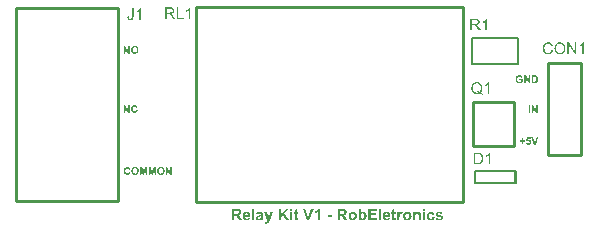
<source format=gto>
G04*
G04 #@! TF.GenerationSoftware,Altium Limited,Altium Designer,18.0.12 (696)*
G04*
G04 Layer_Color=65535*
%FSLAX25Y25*%
%MOIN*%
G70*
G01*
G75*
%ADD10C,0.00984*%
%ADD11C,0.00787*%
%ADD12R,0.01083X0.03937*%
G36*
X140786Y4691D02*
X140060D01*
Y5359D01*
X140786D01*
Y4691D01*
D02*
G37*
G36*
X96475Y4691D02*
X95749D01*
Y5359D01*
X96475D01*
Y4691D01*
D02*
G37*
G36*
X132907Y4368D02*
X132970Y4357D01*
X133039Y4340D01*
X133125Y4317D01*
X133212Y4282D01*
X133298Y4236D01*
X133074Y3602D01*
X133068Y3608D01*
X133045Y3620D01*
X133004Y3643D01*
X132964Y3666D01*
X132907Y3683D01*
X132849Y3706D01*
X132791Y3717D01*
X132728Y3723D01*
X132705D01*
X132676Y3717D01*
X132642Y3712D01*
X132601Y3700D01*
X132555Y3689D01*
X132509Y3666D01*
X132469Y3637D01*
X132463Y3631D01*
X132452Y3620D01*
X132434Y3597D01*
X132411Y3568D01*
X132382Y3528D01*
X132354Y3470D01*
X132325Y3407D01*
X132302Y3332D01*
Y3320D01*
X132296Y3309D01*
X132290Y3286D01*
Y3263D01*
X132284Y3228D01*
X132279Y3182D01*
X132273Y3136D01*
X132267Y3078D01*
X132262Y3015D01*
X132256Y2940D01*
Y2853D01*
X132250Y2761D01*
X132244Y2658D01*
Y2543D01*
Y2416D01*
Y1575D01*
X131518D01*
Y4317D01*
X132192D01*
Y3931D01*
X132198Y3936D01*
X132221Y3971D01*
X132256Y4017D01*
X132296Y4075D01*
X132342Y4138D01*
X132394Y4196D01*
X132452Y4247D01*
X132503Y4288D01*
X132509Y4293D01*
X132526Y4299D01*
X132555Y4317D01*
X132596Y4334D01*
X132642Y4345D01*
X132694Y4363D01*
X132751Y4368D01*
X132814Y4374D01*
X132855D01*
X132907Y4368D01*
D02*
G37*
G36*
X138482D02*
X138540Y4363D01*
X138609Y4351D01*
X138684Y4340D01*
X138759Y4317D01*
X138834Y4288D01*
X138845Y4282D01*
X138868Y4270D01*
X138903Y4253D01*
X138943Y4230D01*
X138995Y4196D01*
X139041Y4155D01*
X139093Y4115D01*
X139133Y4063D01*
X139139Y4057D01*
X139150Y4040D01*
X139168Y4011D01*
X139191Y3977D01*
X139214Y3931D01*
X139237Y3879D01*
X139260Y3821D01*
X139277Y3758D01*
Y3752D01*
X139283Y3729D01*
X139289Y3689D01*
X139300Y3637D01*
X139306Y3568D01*
X139312Y3481D01*
X139318Y3383D01*
Y3274D01*
Y1575D01*
X138592D01*
Y2969D01*
Y2974D01*
Y2986D01*
Y3009D01*
Y3038D01*
Y3078D01*
Y3118D01*
X138586Y3205D01*
X138580Y3303D01*
X138569Y3395D01*
X138557Y3476D01*
X138551Y3510D01*
X138540Y3539D01*
Y3545D01*
X138534Y3562D01*
X138523Y3585D01*
X138505Y3614D01*
X138459Y3683D01*
X138390Y3746D01*
X138384Y3752D01*
X138373Y3758D01*
X138350Y3769D01*
X138321Y3787D01*
X138286Y3798D01*
X138240Y3810D01*
X138194Y3815D01*
X138142Y3821D01*
X138108D01*
X138073Y3815D01*
X138027Y3810D01*
X137975Y3798D01*
X137918Y3775D01*
X137860Y3752D01*
X137803Y3717D01*
X137797Y3712D01*
X137780Y3700D01*
X137757Y3677D01*
X137722Y3643D01*
X137693Y3602D01*
X137659Y3556D01*
X137624Y3504D01*
X137601Y3441D01*
Y3435D01*
X137595Y3407D01*
X137584Y3366D01*
X137578Y3303D01*
X137572Y3263D01*
X137566Y3216D01*
X137561Y3165D01*
X137555Y3107D01*
Y3044D01*
X137549Y2974D01*
Y2894D01*
Y2813D01*
Y1575D01*
X136823D01*
Y4317D01*
X137497D01*
Y3913D01*
X137503Y3919D01*
X137515Y3931D01*
X137532Y3954D01*
X137561Y3988D01*
X137595Y4023D01*
X137641Y4057D01*
X137687Y4104D01*
X137745Y4144D01*
X137808Y4184D01*
X137872Y4230D01*
X137947Y4265D01*
X138027Y4305D01*
X138114Y4334D01*
X138200Y4357D01*
X138298Y4368D01*
X138396Y4374D01*
X138436D01*
X138482Y4368D01*
D02*
G37*
G36*
X93860Y3885D02*
X95357Y1575D01*
X94372D01*
X93330Y3349D01*
X92719Y2715D01*
Y1575D01*
X91953D01*
Y5359D01*
X92719D01*
Y3683D01*
X94257Y5359D01*
X95282D01*
X93860Y3885D01*
D02*
G37*
G36*
X145596Y4368D02*
X145653Y4363D01*
X145774Y4351D01*
X145907Y4328D01*
X146051Y4299D01*
X146178Y4253D01*
X146241Y4224D01*
X146293Y4190D01*
X146299D01*
X146304Y4184D01*
X146339Y4155D01*
X146385Y4115D01*
X146443Y4052D01*
X146506Y3977D01*
X146569Y3885D01*
X146627Y3781D01*
X146673Y3654D01*
X145988Y3528D01*
Y3533D01*
X145976Y3551D01*
X145965Y3579D01*
X145947Y3614D01*
X145924Y3654D01*
X145895Y3695D01*
X145861Y3735D01*
X145815Y3769D01*
X145809Y3775D01*
X145792Y3781D01*
X145763Y3798D01*
X145728Y3815D01*
X145677Y3827D01*
X145619Y3844D01*
X145550Y3850D01*
X145469Y3856D01*
X145423D01*
X145371Y3850D01*
X145308Y3844D01*
X145175Y3821D01*
X145112Y3804D01*
X145060Y3775D01*
X145054D01*
X145049Y3764D01*
X145020Y3735D01*
X144991Y3689D01*
X144985Y3660D01*
X144980Y3625D01*
Y3620D01*
Y3614D01*
X144991Y3579D01*
X145008Y3533D01*
X145026Y3516D01*
X145049Y3493D01*
X145054Y3487D01*
X145072Y3481D01*
X145112Y3464D01*
X145135Y3453D01*
X145170Y3441D01*
X145210Y3424D01*
X145256Y3412D01*
X145314Y3395D01*
X145377Y3372D01*
X145446Y3355D01*
X145527Y3332D01*
X145619Y3309D01*
X145723Y3286D01*
X145728D01*
X145746Y3280D01*
X145780Y3274D01*
X145815Y3263D01*
X145867Y3251D01*
X145918Y3234D01*
X146045Y3199D01*
X146178Y3153D01*
X146310Y3095D01*
X146431Y3032D01*
X146489Y2998D01*
X146535Y2963D01*
X146546Y2952D01*
X146569Y2928D01*
X146610Y2882D01*
X146650Y2825D01*
X146690Y2750D01*
X146731Y2652D01*
X146754Y2548D01*
X146765Y2421D01*
Y2416D01*
Y2404D01*
Y2387D01*
X146759Y2358D01*
X146754Y2329D01*
X146748Y2289D01*
X146725Y2203D01*
X146690Y2099D01*
X146633Y1990D01*
X146598Y1938D01*
X146552Y1880D01*
X146506Y1828D01*
X146448Y1776D01*
X146443D01*
X146437Y1765D01*
X146414Y1753D01*
X146391Y1736D01*
X146356Y1713D01*
X146316Y1690D01*
X146270Y1667D01*
X146218Y1644D01*
X146155Y1615D01*
X146086Y1592D01*
X146011Y1569D01*
X145924Y1546D01*
X145838Y1529D01*
X145740Y1517D01*
X145630Y1511D01*
X145521Y1506D01*
X145469D01*
X145429Y1511D01*
X145383D01*
X145325Y1517D01*
X145268Y1523D01*
X145198Y1534D01*
X145060Y1563D01*
X144910Y1598D01*
X144766Y1656D01*
X144634Y1730D01*
X144628D01*
X144622Y1742D01*
X144605Y1753D01*
X144582Y1771D01*
X144525Y1822D01*
X144461Y1892D01*
X144392Y1978D01*
X144323Y2087D01*
X144260Y2208D01*
X144213Y2347D01*
X144939Y2456D01*
Y2445D01*
X144951Y2421D01*
X144962Y2381D01*
X144980Y2335D01*
X145003Y2283D01*
X145037Y2231D01*
X145078Y2180D01*
X145124Y2134D01*
X145129Y2128D01*
X145152Y2116D01*
X145181Y2099D01*
X145227Y2082D01*
X145285Y2064D01*
X145354Y2047D01*
X145429Y2036D01*
X145521Y2030D01*
X145567D01*
X145619Y2036D01*
X145677Y2041D01*
X145746Y2053D01*
X145815Y2070D01*
X145884Y2093D01*
X145941Y2128D01*
X145947Y2134D01*
X145959Y2139D01*
X145970Y2157D01*
X145993Y2180D01*
X146022Y2243D01*
X146034Y2283D01*
X146039Y2324D01*
Y2329D01*
Y2341D01*
X146034Y2376D01*
X146016Y2416D01*
X145988Y2462D01*
X145976Y2473D01*
X145959Y2479D01*
X145936Y2496D01*
X145901Y2508D01*
X145861Y2525D01*
X145803Y2543D01*
X145740Y2560D01*
X145728D01*
X145700Y2571D01*
X145659Y2577D01*
X145602Y2594D01*
X145533Y2612D01*
X145452Y2629D01*
X145366Y2652D01*
X145273Y2675D01*
X145083Y2727D01*
X144991Y2756D01*
X144899Y2790D01*
X144818Y2819D01*
X144743Y2848D01*
X144680Y2882D01*
X144628Y2911D01*
X144622D01*
X144617Y2923D01*
X144576Y2952D01*
X144525Y3003D01*
X144467Y3072D01*
X144409Y3159D01*
X144358Y3268D01*
X144317Y3389D01*
X144311Y3458D01*
X144306Y3528D01*
Y3533D01*
Y3545D01*
Y3562D01*
X144311Y3585D01*
X144323Y3654D01*
X144340Y3735D01*
X144375Y3833D01*
X144421Y3931D01*
X144490Y4034D01*
X144536Y4080D01*
X144582Y4126D01*
X144588Y4132D01*
X144594Y4138D01*
X144611Y4149D01*
X144634Y4167D01*
X144668Y4184D01*
X144703Y4207D01*
X144749Y4230D01*
X144795Y4253D01*
X144853Y4276D01*
X144922Y4293D01*
X144991Y4317D01*
X145072Y4334D01*
X145158Y4351D01*
X145250Y4363D01*
X145348Y4374D01*
X145550D01*
X145596Y4368D01*
D02*
G37*
G36*
X142773D02*
X142820D01*
X142866Y4363D01*
X142981Y4345D01*
X143108Y4322D01*
X143240Y4282D01*
X143367Y4230D01*
X143488Y4155D01*
X143493D01*
X143499Y4144D01*
X143540Y4115D01*
X143591Y4063D01*
X143655Y3994D01*
X143724Y3902D01*
X143799Y3792D01*
X143862Y3660D01*
X143920Y3504D01*
X143205Y3378D01*
Y3389D01*
X143200Y3412D01*
X143188Y3447D01*
X143171Y3493D01*
X143148Y3545D01*
X143119Y3597D01*
X143085Y3648D01*
X143038Y3695D01*
X143033Y3700D01*
X143015Y3712D01*
X142987Y3729D01*
X142952Y3752D01*
X142900Y3769D01*
X142843Y3787D01*
X142779Y3798D01*
X142704Y3804D01*
X142658D01*
X142612Y3792D01*
X142549Y3781D01*
X142480Y3758D01*
X142411Y3723D01*
X142336Y3677D01*
X142272Y3614D01*
X142267Y3602D01*
X142249Y3579D01*
X142220Y3533D01*
X142192Y3464D01*
X142163Y3378D01*
X142134Y3268D01*
X142117Y3142D01*
X142111Y3067D01*
Y2986D01*
Y2980D01*
Y2963D01*
Y2940D01*
Y2905D01*
X142117Y2865D01*
X142123Y2819D01*
X142134Y2715D01*
X142151Y2600D01*
X142180Y2491D01*
X142220Y2381D01*
X142244Y2335D01*
X142272Y2295D01*
X142278Y2289D01*
X142301Y2266D01*
X142336Y2231D01*
X142388Y2197D01*
X142451Y2162D01*
X142526Y2128D01*
X142612Y2105D01*
X142710Y2099D01*
X142745D01*
X142785Y2105D01*
X142831Y2116D01*
X142883Y2128D01*
X142940Y2145D01*
X142998Y2174D01*
X143050Y2214D01*
X143056Y2220D01*
X143073Y2237D01*
X143096Y2266D01*
X143125Y2306D01*
X143154Y2364D01*
X143188Y2433D01*
X143217Y2520D01*
X143240Y2617D01*
X143954Y2496D01*
Y2491D01*
X143948Y2473D01*
X143943Y2450D01*
X143931Y2416D01*
X143920Y2376D01*
X143902Y2329D01*
X143856Y2220D01*
X143799Y2099D01*
X143724Y1972D01*
X143632Y1857D01*
X143580Y1805D01*
X143522Y1753D01*
X143517D01*
X143511Y1742D01*
X143488Y1730D01*
X143465Y1713D01*
X143436Y1696D01*
X143396Y1673D01*
X143350Y1656D01*
X143303Y1632D01*
X143246Y1609D01*
X143182Y1586D01*
X143113Y1563D01*
X143038Y1546D01*
X142871Y1517D01*
X142779Y1511D01*
X142681Y1506D01*
X142624D01*
X142583Y1511D01*
X142532Y1517D01*
X142474Y1523D01*
X142411Y1534D01*
X142336Y1552D01*
X142186Y1598D01*
X142105Y1627D01*
X142025Y1661D01*
X141944Y1707D01*
X141869Y1759D01*
X141794Y1817D01*
X141725Y1880D01*
X141719Y1886D01*
X141708Y1897D01*
X141691Y1920D01*
X141668Y1949D01*
X141645Y1990D01*
X141610Y2036D01*
X141581Y2093D01*
X141547Y2157D01*
X141512Y2226D01*
X141483Y2306D01*
X141449Y2393D01*
X141426Y2485D01*
X141403Y2589D01*
X141385Y2698D01*
X141374Y2813D01*
X141368Y2934D01*
Y2940D01*
Y2963D01*
Y2998D01*
X141374Y3049D01*
X141380Y3101D01*
X141385Y3170D01*
X141397Y3245D01*
X141414Y3320D01*
X141454Y3493D01*
X141483Y3579D01*
X141518Y3666D01*
X141558Y3758D01*
X141610Y3839D01*
X141662Y3919D01*
X141725Y3994D01*
X141731Y4000D01*
X141742Y4011D01*
X141760Y4029D01*
X141788Y4052D01*
X141829Y4080D01*
X141869Y4115D01*
X141921Y4149D01*
X141979Y4184D01*
X142048Y4219D01*
X142117Y4253D01*
X142198Y4288D01*
X142284Y4317D01*
X142376Y4340D01*
X142474Y4357D01*
X142583Y4368D01*
X142693Y4374D01*
X142739D01*
X142773Y4368D01*
D02*
G37*
G36*
X109711Y2583D02*
X108294D01*
Y3309D01*
X109711D01*
Y2583D01*
D02*
G37*
G36*
X102240Y1575D02*
X101417D01*
X100063Y5359D01*
X100887D01*
X101849Y2560D01*
X102770Y5359D01*
X103588D01*
X102240Y1575D01*
D02*
G37*
G36*
X89027Y1678D02*
X88848Y1200D01*
X88843Y1189D01*
X88831Y1160D01*
X88814Y1120D01*
X88791Y1062D01*
X88762Y1005D01*
X88733Y941D01*
X88704Y884D01*
X88670Y832D01*
X88664Y826D01*
X88652Y809D01*
X88635Y786D01*
X88612Y757D01*
X88549Y693D01*
X88468Y630D01*
X88462Y624D01*
X88451Y619D01*
X88422Y601D01*
X88393Y584D01*
X88353Y567D01*
X88307Y544D01*
X88249Y521D01*
X88192Y503D01*
X88186D01*
X88163Y498D01*
X88128Y492D01*
X88088Y480D01*
X88030Y475D01*
X87967Y463D01*
X87898Y457D01*
X87748D01*
X87696Y463D01*
X87633Y469D01*
X87564Y475D01*
X87414Y503D01*
X87351Y1068D01*
X87357D01*
X87380Y1062D01*
X87408Y1056D01*
X87454Y1051D01*
X87501Y1045D01*
X87552Y1039D01*
X87656Y1033D01*
X87696D01*
X87742Y1039D01*
X87800Y1051D01*
X87858Y1074D01*
X87921Y1097D01*
X87979Y1137D01*
X88030Y1189D01*
X88036Y1195D01*
X88048Y1218D01*
X88071Y1247D01*
X88100Y1293D01*
X88128Y1350D01*
X88157Y1414D01*
X88186Y1488D01*
X88215Y1569D01*
X87178Y4317D01*
X87950D01*
X88601Y2370D01*
X89246Y4317D01*
X89995D01*
X89027Y1678D01*
D02*
G37*
G36*
X140786Y1575D02*
X140060D01*
Y4317D01*
X140786D01*
Y1575D01*
D02*
G37*
G36*
X126116D02*
X125390D01*
Y5359D01*
X126116D01*
Y1575D01*
D02*
G37*
G36*
X124670Y4720D02*
X122636D01*
Y3879D01*
X124526D01*
Y3240D01*
X122636D01*
Y2214D01*
X124745D01*
Y1575D01*
X121870D01*
Y5359D01*
X124670D01*
Y4720D01*
D02*
G37*
G36*
X113351Y5353D02*
X113472D01*
X113536Y5348D01*
X113680Y5336D01*
X113824Y5313D01*
X113962Y5290D01*
X114025Y5273D01*
X114077Y5255D01*
X114083D01*
X114089Y5250D01*
X114123Y5238D01*
X114175Y5209D01*
X114238Y5169D01*
X114308Y5117D01*
X114382Y5054D01*
X114452Y4979D01*
X114521Y4887D01*
X114526Y4875D01*
X114550Y4841D01*
X114573Y4789D01*
X114607Y4714D01*
X114636Y4628D01*
X114665Y4530D01*
X114682Y4414D01*
X114688Y4293D01*
Y4288D01*
Y4276D01*
Y4253D01*
X114682Y4224D01*
Y4184D01*
X114676Y4144D01*
X114659Y4046D01*
X114624Y3936D01*
X114578Y3815D01*
X114521Y3700D01*
X114480Y3643D01*
X114434Y3591D01*
Y3585D01*
X114423Y3579D01*
X114406Y3568D01*
X114388Y3545D01*
X114359Y3528D01*
X114331Y3499D01*
X114290Y3470D01*
X114250Y3441D01*
X114198Y3412D01*
X114146Y3383D01*
X114083Y3355D01*
X114014Y3326D01*
X113945Y3297D01*
X113864Y3274D01*
X113783Y3257D01*
X113691Y3240D01*
X113697D01*
X113703Y3234D01*
X113732Y3216D01*
X113778Y3188D01*
X113835Y3147D01*
X113899Y3101D01*
X113968Y3044D01*
X114037Y2986D01*
X114100Y2923D01*
X114106Y2917D01*
X114129Y2888D01*
X114164Y2848D01*
X114215Y2784D01*
X114279Y2698D01*
X114348Y2594D01*
X114394Y2531D01*
X114434Y2462D01*
X114480Y2393D01*
X114532Y2312D01*
X114993Y1575D01*
X114077D01*
X113536Y2393D01*
X113530Y2399D01*
X113524Y2410D01*
X113507Y2433D01*
X113490Y2462D01*
X113467Y2502D01*
X113438Y2537D01*
X113374Y2629D01*
X113311Y2727D01*
X113242Y2813D01*
X113179Y2894D01*
X113156Y2928D01*
X113133Y2952D01*
X113127Y2957D01*
X113115Y2969D01*
X113092Y2992D01*
X113063Y3015D01*
X112988Y3067D01*
X112948Y3090D01*
X112902Y3107D01*
X112896D01*
X112879Y3113D01*
X112850Y3124D01*
X112810Y3130D01*
X112758Y3142D01*
X112695Y3147D01*
X112614Y3153D01*
X112372D01*
Y1575D01*
X111606D01*
Y5359D01*
X113300D01*
X113351Y5353D01*
D02*
G37*
G36*
X105673Y1575D02*
X104948Y1575D01*
Y4305D01*
X104942Y4299D01*
X104930Y4288D01*
X104907Y4270D01*
X104878Y4242D01*
X104838Y4213D01*
X104792Y4178D01*
X104740Y4138D01*
X104677Y4098D01*
X104613Y4052D01*
X104539Y4005D01*
X104383Y3919D01*
X104204Y3833D01*
X104009Y3758D01*
Y4414D01*
X104014D01*
X104020Y4420D01*
X104037Y4426D01*
X104060Y4432D01*
X104118Y4455D01*
X104193Y4495D01*
X104285Y4541D01*
X104389Y4605D01*
X104504Y4674D01*
X104625Y4766D01*
X104631Y4772D01*
X104642Y4777D01*
X104660Y4795D01*
X104677Y4812D01*
X104734Y4864D01*
X104809Y4939D01*
X104884Y5025D01*
X104959Y5129D01*
X105028Y5244D01*
X105080Y5371D01*
X105673D01*
Y1575D01*
D02*
G37*
G36*
X96475Y1575D02*
X95749D01*
Y4317D01*
X96475D01*
Y1575D01*
D02*
G37*
G36*
X85778Y4368D02*
X85824D01*
X85934Y4363D01*
X86049Y4345D01*
X86170Y4328D01*
X86285Y4299D01*
X86337Y4282D01*
X86383Y4259D01*
X86395Y4253D01*
X86423Y4236D01*
X86464Y4213D01*
X86516Y4178D01*
X86567Y4138D01*
X86625Y4086D01*
X86677Y4029D01*
X86717Y3965D01*
X86723Y3959D01*
X86734Y3931D01*
X86746Y3885D01*
X86769Y3815D01*
X86775Y3775D01*
X86786Y3729D01*
X86792Y3677D01*
X86798Y3614D01*
X86804Y3551D01*
X86809Y3476D01*
X86815Y3401D01*
Y3314D01*
X86804Y2473D01*
Y2468D01*
Y2456D01*
Y2439D01*
Y2416D01*
Y2352D01*
X86809Y2272D01*
Y2185D01*
X86821Y2093D01*
X86827Y2013D01*
X86838Y1938D01*
Y1932D01*
X86844Y1909D01*
X86855Y1874D01*
X86867Y1828D01*
X86884Y1776D01*
X86907Y1713D01*
X86936Y1650D01*
X86971Y1575D01*
X86256D01*
Y1581D01*
X86251Y1586D01*
X86245Y1604D01*
X86239Y1627D01*
X86228Y1655D01*
X86210Y1690D01*
X86199Y1736D01*
X86181Y1782D01*
Y1788D01*
Y1794D01*
X86170Y1817D01*
X86164Y1846D01*
X86158Y1869D01*
X86153Y1863D01*
X86124Y1840D01*
X86089Y1805D01*
X86037Y1765D01*
X85980Y1719D01*
X85911Y1673D01*
X85842Y1632D01*
X85761Y1592D01*
X85750Y1586D01*
X85726Y1581D01*
X85680Y1563D01*
X85623Y1552D01*
X85559Y1534D01*
X85484Y1517D01*
X85398Y1511D01*
X85312Y1506D01*
X85271D01*
X85243Y1511D01*
X85208D01*
X85162Y1517D01*
X85070Y1534D01*
X84960Y1563D01*
X84851Y1598D01*
X84741Y1655D01*
X84644Y1730D01*
X84632Y1742D01*
X84603Y1771D01*
X84569Y1822D01*
X84523Y1892D01*
X84477Y1978D01*
X84442Y2076D01*
X84413Y2191D01*
X84402Y2318D01*
Y2329D01*
Y2358D01*
X84407Y2399D01*
X84413Y2456D01*
X84430Y2519D01*
X84448Y2589D01*
X84477Y2658D01*
X84511Y2727D01*
X84517Y2733D01*
X84534Y2756D01*
X84557Y2790D01*
X84592Y2830D01*
X84632Y2877D01*
X84684Y2923D01*
X84747Y2969D01*
X84816Y3009D01*
X84828Y3015D01*
X84857Y3026D01*
X84903Y3044D01*
X84966Y3067D01*
X85047Y3095D01*
X85145Y3124D01*
X85260Y3153D01*
X85392Y3182D01*
X85398D01*
X85415Y3188D01*
X85438Y3193D01*
X85473Y3199D01*
X85519Y3205D01*
X85565Y3216D01*
X85675Y3239D01*
X85790Y3268D01*
X85905Y3297D01*
X86014Y3326D01*
X86061Y3343D01*
X86101Y3360D01*
Y3430D01*
Y3441D01*
Y3464D01*
X86095Y3499D01*
X86089Y3545D01*
X86078Y3597D01*
X86055Y3643D01*
X86032Y3689D01*
X85997Y3729D01*
X85991Y3735D01*
X85974Y3746D01*
X85951Y3758D01*
X85911Y3775D01*
X85859Y3792D01*
X85790Y3810D01*
X85703Y3815D01*
X85606Y3821D01*
X85571D01*
X85536Y3815D01*
X85496Y3810D01*
X85392Y3787D01*
X85346Y3769D01*
X85300Y3741D01*
X85294Y3735D01*
X85283Y3723D01*
X85260Y3706D01*
X85237Y3677D01*
X85208Y3643D01*
X85179Y3597D01*
X85150Y3539D01*
X85127Y3476D01*
X84477Y3597D01*
Y3602D01*
X84482Y3614D01*
X84488Y3637D01*
X84500Y3660D01*
X84528Y3729D01*
X84563Y3815D01*
X84615Y3913D01*
X84684Y4005D01*
X84764Y4098D01*
X84857Y4178D01*
X84862D01*
X84868Y4184D01*
X84886Y4196D01*
X84908Y4207D01*
X84937Y4224D01*
X84972Y4242D01*
X85012Y4259D01*
X85058Y4276D01*
X85110Y4293D01*
X85173Y4311D01*
X85237Y4328D01*
X85312Y4345D01*
X85387Y4357D01*
X85473Y4368D01*
X85559Y4374D01*
X85738D01*
X85778Y4368D01*
D02*
G37*
G36*
X83849Y1575D02*
X83123D01*
Y5359D01*
X83849D01*
Y1575D01*
D02*
G37*
G36*
X78123Y5353D02*
X78244D01*
X78308Y5348D01*
X78452Y5336D01*
X78596Y5313D01*
X78734Y5290D01*
X78797Y5273D01*
X78849Y5255D01*
X78855D01*
X78860Y5250D01*
X78895Y5238D01*
X78947Y5209D01*
X79010Y5169D01*
X79079Y5117D01*
X79154Y5054D01*
X79223Y4979D01*
X79293Y4887D01*
X79298Y4875D01*
X79321Y4841D01*
X79344Y4789D01*
X79379Y4714D01*
X79408Y4628D01*
X79436Y4530D01*
X79454Y4414D01*
X79460Y4293D01*
Y4288D01*
Y4276D01*
Y4253D01*
X79454Y4224D01*
Y4184D01*
X79448Y4144D01*
X79431Y4046D01*
X79396Y3936D01*
X79350Y3815D01*
X79293Y3700D01*
X79252Y3643D01*
X79206Y3591D01*
Y3585D01*
X79195Y3579D01*
X79177Y3568D01*
X79160Y3545D01*
X79131Y3527D01*
X79102Y3499D01*
X79062Y3470D01*
X79022Y3441D01*
X78970Y3412D01*
X78918Y3383D01*
X78855Y3355D01*
X78786Y3326D01*
X78716Y3297D01*
X78636Y3274D01*
X78555Y3257D01*
X78463Y3239D01*
X78469D01*
X78475Y3234D01*
X78503Y3216D01*
X78549Y3188D01*
X78607Y3147D01*
X78670Y3101D01*
X78740Y3044D01*
X78809Y2986D01*
X78872Y2923D01*
X78878Y2917D01*
X78901Y2888D01*
X78935Y2848D01*
X78987Y2784D01*
X79051Y2698D01*
X79120Y2594D01*
X79166Y2531D01*
X79206Y2462D01*
X79252Y2393D01*
X79304Y2312D01*
X79765Y1575D01*
X78849D01*
X78308Y2393D01*
X78302Y2399D01*
X78296Y2410D01*
X78279Y2433D01*
X78262Y2462D01*
X78238Y2502D01*
X78210Y2537D01*
X78146Y2629D01*
X78083Y2727D01*
X78014Y2813D01*
X77950Y2894D01*
X77927Y2928D01*
X77904Y2951D01*
X77899Y2957D01*
X77887Y2969D01*
X77864Y2992D01*
X77835Y3015D01*
X77760Y3067D01*
X77720Y3090D01*
X77674Y3107D01*
X77668D01*
X77651Y3113D01*
X77622Y3124D01*
X77582Y3130D01*
X77530Y3142D01*
X77467Y3147D01*
X77386Y3153D01*
X77144D01*
Y1575D01*
X76378D01*
Y5359D01*
X78071D01*
X78123Y5353D01*
D02*
G37*
G36*
X134951Y4368D02*
X135003Y4363D01*
X135067Y4351D01*
X135130Y4340D01*
X135205Y4322D01*
X135285Y4299D01*
X135366Y4276D01*
X135452Y4242D01*
X135533Y4201D01*
X135620Y4155D01*
X135706Y4098D01*
X135787Y4040D01*
X135862Y3965D01*
X135867Y3959D01*
X135879Y3948D01*
X135896Y3925D01*
X135925Y3890D01*
X135954Y3856D01*
X135988Y3804D01*
X136023Y3752D01*
X136063Y3689D01*
X136098Y3614D01*
X136132Y3539D01*
X136167Y3453D01*
X136196Y3366D01*
X136224Y3268D01*
X136242Y3165D01*
X136253Y3061D01*
X136259Y2946D01*
Y2940D01*
Y2917D01*
Y2888D01*
X136253Y2842D01*
X136247Y2790D01*
X136236Y2727D01*
X136224Y2658D01*
X136207Y2583D01*
X136190Y2502D01*
X136161Y2421D01*
X136126Y2335D01*
X136092Y2249D01*
X136040Y2162D01*
X135988Y2076D01*
X135925Y1995D01*
X135856Y1915D01*
X135850Y1909D01*
X135838Y1897D01*
X135815Y1874D01*
X135787Y1851D01*
X135746Y1822D01*
X135700Y1788D01*
X135643Y1748D01*
X135579Y1713D01*
X135510Y1673D01*
X135435Y1632D01*
X135355Y1598D01*
X135262Y1569D01*
X135170Y1546D01*
X135067Y1523D01*
X134957Y1511D01*
X134848Y1506D01*
X134784D01*
X134750Y1511D01*
X134710Y1517D01*
X134617Y1529D01*
X134508Y1546D01*
X134387Y1575D01*
X134260Y1615D01*
X134134Y1673D01*
X134128D01*
X134116Y1678D01*
X134099Y1690D01*
X134076Y1707D01*
X134018Y1748D01*
X133943Y1799D01*
X133857Y1869D01*
X133771Y1955D01*
X133690Y2059D01*
X133615Y2174D01*
Y2180D01*
X133609Y2191D01*
X133598Y2208D01*
X133586Y2231D01*
X133575Y2266D01*
X133563Y2301D01*
X133546Y2347D01*
X133529Y2399D01*
X133500Y2514D01*
X133471Y2652D01*
X133448Y2808D01*
X133442Y2974D01*
Y2980D01*
Y2992D01*
Y3009D01*
X133448Y3038D01*
Y3067D01*
X133454Y3107D01*
X133465Y3199D01*
X133483Y3309D01*
X133517Y3424D01*
X133557Y3551D01*
X133615Y3677D01*
Y3683D01*
X133621Y3695D01*
X133632Y3712D01*
X133650Y3735D01*
X133690Y3792D01*
X133748Y3867D01*
X133817Y3954D01*
X133903Y4040D01*
X134001Y4121D01*
X134116Y4196D01*
X134122D01*
X134134Y4201D01*
X134151Y4213D01*
X134174Y4224D01*
X134203Y4236D01*
X134243Y4253D01*
X134329Y4288D01*
X134439Y4317D01*
X134565Y4345D01*
X134698Y4368D01*
X134848Y4374D01*
X134905D01*
X134951Y4368D01*
D02*
G37*
G36*
X130556Y4317D02*
X131052D01*
Y3741D01*
X130556D01*
Y2623D01*
Y2617D01*
Y2612D01*
Y2594D01*
Y2571D01*
Y2514D01*
Y2450D01*
X130562Y2381D01*
Y2318D01*
Y2266D01*
X130568Y2243D01*
Y2231D01*
Y2220D01*
X130580Y2197D01*
X130603Y2168D01*
X130631Y2139D01*
X130643Y2134D01*
X130666Y2122D01*
X130706Y2111D01*
X130752Y2105D01*
X130770D01*
X130793Y2111D01*
X130827Y2116D01*
X130868Y2122D01*
X130919Y2134D01*
X130977Y2151D01*
X131046Y2174D01*
X131109Y1609D01*
X131098Y1604D01*
X131063Y1592D01*
X131012Y1575D01*
X130942Y1558D01*
X130856Y1540D01*
X130758Y1523D01*
X130649Y1511D01*
X130534Y1506D01*
X130499D01*
X130464Y1511D01*
X130418D01*
X130361Y1523D01*
X130303Y1534D01*
X130240Y1546D01*
X130182Y1569D01*
X130176Y1575D01*
X130159Y1581D01*
X130130Y1592D01*
X130096Y1615D01*
X130021Y1667D01*
X129981Y1702D01*
X129952Y1736D01*
X129946Y1742D01*
X129940Y1753D01*
X129929Y1782D01*
X129911Y1811D01*
X129894Y1857D01*
X129877Y1903D01*
X129865Y1961D01*
X129854Y2024D01*
Y2030D01*
X129848Y2053D01*
Y2087D01*
X129842Y2134D01*
X129836Y2203D01*
Y2295D01*
X129831Y2404D01*
Y2468D01*
Y2537D01*
Y3741D01*
X129497D01*
Y4317D01*
X129831D01*
Y4858D01*
X130556Y5284D01*
Y4317D01*
D02*
G37*
G36*
X127999Y4368D02*
X128051Y4363D01*
X128109Y4351D01*
X128178Y4340D01*
X128247Y4322D01*
X128322Y4299D01*
X128402Y4276D01*
X128483Y4242D01*
X128564Y4201D01*
X128644Y4155D01*
X128719Y4098D01*
X128794Y4040D01*
X128863Y3965D01*
X128869Y3959D01*
X128880Y3948D01*
X128898Y3925D01*
X128921Y3890D01*
X128944Y3844D01*
X128972Y3792D01*
X129007Y3735D01*
X129036Y3660D01*
X129070Y3579D01*
X129099Y3487D01*
X129128Y3383D01*
X129157Y3274D01*
X129174Y3153D01*
X129191Y3026D01*
X129203Y2882D01*
Y2733D01*
X127389D01*
Y2727D01*
Y2721D01*
Y2704D01*
X127394Y2681D01*
X127400Y2617D01*
X127412Y2548D01*
X127435Y2462D01*
X127463Y2381D01*
X127504Y2301D01*
X127561Y2226D01*
X127567Y2220D01*
X127590Y2197D01*
X127625Y2168D01*
X127676Y2139D01*
X127734Y2105D01*
X127809Y2076D01*
X127890Y2053D01*
X127976Y2047D01*
X128005D01*
X128039Y2053D01*
X128080Y2059D01*
X128120Y2070D01*
X128172Y2087D01*
X128218Y2111D01*
X128264Y2139D01*
X128270Y2145D01*
X128281Y2157D01*
X128304Y2180D01*
X128327Y2214D01*
X128356Y2255D01*
X128391Y2306D01*
X128420Y2364D01*
X128443Y2439D01*
X129163Y2318D01*
Y2312D01*
X129157Y2301D01*
X129145Y2277D01*
X129134Y2255D01*
X129122Y2220D01*
X129099Y2180D01*
X129053Y2093D01*
X128990Y1995D01*
X128915Y1897D01*
X128823Y1799D01*
X128719Y1713D01*
X128713D01*
X128708Y1702D01*
X128690Y1696D01*
X128667Y1678D01*
X128638Y1667D01*
X128598Y1650D01*
X128512Y1609D01*
X128402Y1569D01*
X128276Y1540D01*
X128132Y1517D01*
X127970Y1506D01*
X127942D01*
X127901Y1511D01*
X127855D01*
X127792Y1523D01*
X127728Y1529D01*
X127654Y1546D01*
X127573Y1563D01*
X127486Y1586D01*
X127400Y1621D01*
X127308Y1656D01*
X127222Y1702D01*
X127135Y1753D01*
X127054Y1817D01*
X126980Y1892D01*
X126910Y1972D01*
Y1978D01*
X126899Y1990D01*
X126887Y2013D01*
X126870Y2041D01*
X126847Y2076D01*
X126824Y2122D01*
X126801Y2174D01*
X126778Y2231D01*
X126755Y2295D01*
X126732Y2370D01*
X126709Y2445D01*
X126686Y2531D01*
X126657Y2715D01*
X126651Y2813D01*
X126646Y2917D01*
Y2923D01*
Y2946D01*
Y2980D01*
X126651Y3032D01*
X126657Y3084D01*
X126663Y3153D01*
X126674Y3228D01*
X126692Y3303D01*
X126732Y3476D01*
X126761Y3562D01*
X126795Y3654D01*
X126836Y3741D01*
X126882Y3827D01*
X126934Y3908D01*
X126997Y3982D01*
X127003Y3988D01*
X127014Y4000D01*
X127031Y4017D01*
X127060Y4046D01*
X127095Y4075D01*
X127141Y4109D01*
X127187Y4144D01*
X127244Y4178D01*
X127308Y4213D01*
X127371Y4253D01*
X127446Y4282D01*
X127527Y4311D01*
X127613Y4340D01*
X127700Y4357D01*
X127797Y4368D01*
X127895Y4374D01*
X127953D01*
X127999Y4368D01*
D02*
G37*
G36*
X119330Y3988D02*
X119336Y3994D01*
X119348Y4005D01*
X119365Y4023D01*
X119388Y4052D01*
X119422Y4080D01*
X119463Y4109D01*
X119503Y4144D01*
X119555Y4184D01*
X119670Y4253D01*
X119808Y4317D01*
X119883Y4340D01*
X119958Y4357D01*
X120039Y4368D01*
X120125Y4374D01*
X120171D01*
X120212Y4368D01*
X120252Y4363D01*
X120304Y4357D01*
X120356Y4345D01*
X120419Y4328D01*
X120546Y4282D01*
X120615Y4253D01*
X120684Y4219D01*
X120759Y4178D01*
X120822Y4126D01*
X120891Y4069D01*
X120955Y4005D01*
X120960Y4000D01*
X120966Y3988D01*
X120983Y3965D01*
X121006Y3936D01*
X121029Y3902D01*
X121058Y3856D01*
X121087Y3804D01*
X121122Y3741D01*
X121150Y3672D01*
X121179Y3591D01*
X121208Y3504D01*
X121231Y3412D01*
X121254Y3314D01*
X121271Y3205D01*
X121277Y3090D01*
X121283Y2963D01*
Y2957D01*
Y2934D01*
Y2894D01*
X121277Y2848D01*
X121271Y2790D01*
X121266Y2721D01*
X121254Y2646D01*
X121243Y2565D01*
X121202Y2393D01*
X121174Y2301D01*
X121139Y2208D01*
X121099Y2122D01*
X121058Y2036D01*
X121001Y1955D01*
X120943Y1880D01*
X120937Y1874D01*
X120926Y1863D01*
X120908Y1846D01*
X120886Y1822D01*
X120851Y1794D01*
X120811Y1759D01*
X120765Y1730D01*
X120718Y1696D01*
X120598Y1627D01*
X120459Y1563D01*
X120384Y1540D01*
X120304Y1523D01*
X120217Y1511D01*
X120131Y1506D01*
X120091D01*
X120045Y1511D01*
X119987Y1523D01*
X119918Y1534D01*
X119837Y1558D01*
X119756Y1586D01*
X119670Y1627D01*
X119659Y1632D01*
X119630Y1650D01*
X119589Y1678D01*
X119538Y1713D01*
X119474Y1765D01*
X119405Y1822D01*
X119342Y1892D01*
X119278Y1972D01*
Y1575D01*
X118605D01*
Y5359D01*
X119330D01*
Y3988D01*
D02*
G37*
G36*
X116756Y4368D02*
X116807Y4363D01*
X116871Y4351D01*
X116934Y4340D01*
X117009Y4322D01*
X117090Y4299D01*
X117170Y4276D01*
X117257Y4242D01*
X117337Y4201D01*
X117424Y4155D01*
X117510Y4098D01*
X117591Y4040D01*
X117666Y3965D01*
X117671Y3959D01*
X117683Y3948D01*
X117700Y3925D01*
X117729Y3890D01*
X117758Y3856D01*
X117792Y3804D01*
X117827Y3752D01*
X117867Y3689D01*
X117902Y3614D01*
X117936Y3539D01*
X117971Y3453D01*
X118000Y3366D01*
X118028Y3268D01*
X118046Y3165D01*
X118057Y3061D01*
X118063Y2946D01*
Y2940D01*
Y2917D01*
Y2888D01*
X118057Y2842D01*
X118052Y2790D01*
X118040Y2727D01*
X118028Y2658D01*
X118011Y2583D01*
X117994Y2502D01*
X117965Y2421D01*
X117931Y2335D01*
X117896Y2249D01*
X117844Y2162D01*
X117792Y2076D01*
X117729Y1995D01*
X117660Y1915D01*
X117654Y1909D01*
X117643Y1897D01*
X117620Y1874D01*
X117591Y1851D01*
X117550Y1822D01*
X117504Y1788D01*
X117447Y1748D01*
X117383Y1713D01*
X117314Y1673D01*
X117239Y1632D01*
X117159Y1598D01*
X117067Y1569D01*
X116974Y1546D01*
X116871Y1523D01*
X116761Y1511D01*
X116652Y1506D01*
X116588D01*
X116554Y1511D01*
X116514Y1517D01*
X116421Y1529D01*
X116312Y1546D01*
X116191Y1575D01*
X116064Y1615D01*
X115938Y1673D01*
X115932D01*
X115920Y1678D01*
X115903Y1690D01*
X115880Y1707D01*
X115822Y1748D01*
X115748Y1799D01*
X115661Y1869D01*
X115575Y1955D01*
X115494Y2059D01*
X115419Y2174D01*
Y2180D01*
X115413Y2191D01*
X115402Y2208D01*
X115390Y2231D01*
X115379Y2266D01*
X115367Y2301D01*
X115350Y2347D01*
X115333Y2399D01*
X115304Y2514D01*
X115275Y2652D01*
X115252Y2808D01*
X115246Y2974D01*
Y2980D01*
Y2992D01*
Y3009D01*
X115252Y3038D01*
Y3067D01*
X115258Y3107D01*
X115269Y3199D01*
X115287Y3309D01*
X115321Y3424D01*
X115362Y3551D01*
X115419Y3677D01*
Y3683D01*
X115425Y3695D01*
X115436Y3712D01*
X115454Y3735D01*
X115494Y3792D01*
X115552Y3867D01*
X115621Y3954D01*
X115707Y4040D01*
X115805Y4121D01*
X115920Y4196D01*
X115926D01*
X115938Y4201D01*
X115955Y4213D01*
X115978Y4224D01*
X116007Y4236D01*
X116047Y4253D01*
X116133Y4288D01*
X116243Y4317D01*
X116370Y4345D01*
X116502Y4368D01*
X116652Y4374D01*
X116709D01*
X116756Y4368D01*
D02*
G37*
G36*
X97978Y4317D02*
X98473D01*
Y3741D01*
X97978D01*
Y2623D01*
Y2617D01*
Y2612D01*
Y2594D01*
Y2571D01*
Y2514D01*
Y2450D01*
X97984Y2381D01*
Y2318D01*
Y2266D01*
X97989Y2243D01*
Y2231D01*
Y2220D01*
X98001Y2197D01*
X98024Y2168D01*
X98053Y2139D01*
X98064Y2134D01*
X98087Y2122D01*
X98128Y2111D01*
X98174Y2105D01*
X98191D01*
X98214Y2111D01*
X98249Y2116D01*
X98289Y2122D01*
X98341Y2134D01*
X98398Y2151D01*
X98468Y2174D01*
X98531Y1609D01*
X98519Y1604D01*
X98485Y1592D01*
X98433Y1575D01*
X98364Y1558D01*
X98277Y1540D01*
X98180Y1523D01*
X98070Y1511D01*
X97955Y1506D01*
X97920D01*
X97886Y1511D01*
X97840D01*
X97782Y1523D01*
X97724Y1534D01*
X97661Y1546D01*
X97604Y1569D01*
X97598Y1575D01*
X97580Y1581D01*
X97552Y1592D01*
X97517Y1615D01*
X97442Y1667D01*
X97402Y1702D01*
X97373Y1736D01*
X97367Y1742D01*
X97362Y1753D01*
X97350Y1782D01*
X97333Y1811D01*
X97316Y1857D01*
X97298Y1903D01*
X97287Y1961D01*
X97275Y2024D01*
Y2030D01*
X97269Y2053D01*
Y2087D01*
X97264Y2134D01*
X97258Y2203D01*
Y2295D01*
X97252Y2404D01*
Y2468D01*
Y2537D01*
Y3741D01*
X96918D01*
Y4317D01*
X97252D01*
Y4858D01*
X97978Y5284D01*
Y4317D01*
D02*
G37*
G36*
X81326Y4368D02*
X81378Y4363D01*
X81435Y4351D01*
X81504Y4340D01*
X81573Y4322D01*
X81648Y4299D01*
X81729Y4276D01*
X81810Y4242D01*
X81890Y4201D01*
X81971Y4155D01*
X82046Y4098D01*
X82121Y4040D01*
X82190Y3965D01*
X82196Y3959D01*
X82207Y3948D01*
X82224Y3925D01*
X82247Y3890D01*
X82270Y3844D01*
X82299Y3792D01*
X82334Y3735D01*
X82363Y3660D01*
X82397Y3579D01*
X82426Y3487D01*
X82455Y3383D01*
X82484Y3274D01*
X82501Y3153D01*
X82518Y3026D01*
X82530Y2882D01*
Y2733D01*
X80715D01*
Y2727D01*
Y2721D01*
Y2704D01*
X80721Y2681D01*
X80727Y2617D01*
X80738Y2548D01*
X80761Y2462D01*
X80790Y2381D01*
X80830Y2301D01*
X80888Y2226D01*
X80894Y2220D01*
X80917Y2197D01*
X80951Y2168D01*
X81003Y2139D01*
X81061Y2105D01*
X81136Y2076D01*
X81216Y2053D01*
X81303Y2047D01*
X81332D01*
X81366Y2053D01*
X81406Y2059D01*
X81447Y2070D01*
X81499Y2087D01*
X81545Y2111D01*
X81591Y2139D01*
X81596Y2145D01*
X81608Y2157D01*
X81631Y2180D01*
X81654Y2214D01*
X81683Y2255D01*
X81717Y2306D01*
X81746Y2364D01*
X81769Y2439D01*
X82489Y2318D01*
Y2312D01*
X82484Y2301D01*
X82472Y2277D01*
X82460Y2255D01*
X82449Y2220D01*
X82426Y2180D01*
X82380Y2093D01*
X82316Y1995D01*
X82242Y1897D01*
X82149Y1799D01*
X82046Y1713D01*
X82040D01*
X82034Y1702D01*
X82017Y1696D01*
X81994Y1678D01*
X81965Y1667D01*
X81925Y1650D01*
X81838Y1609D01*
X81729Y1569D01*
X81602Y1540D01*
X81458Y1517D01*
X81297Y1506D01*
X81268D01*
X81228Y1511D01*
X81182D01*
X81118Y1523D01*
X81055Y1529D01*
X80980Y1546D01*
X80900Y1563D01*
X80813Y1586D01*
X80727Y1621D01*
X80635Y1655D01*
X80548Y1702D01*
X80462Y1753D01*
X80381Y1817D01*
X80306Y1892D01*
X80237Y1972D01*
Y1978D01*
X80226Y1990D01*
X80214Y2013D01*
X80197Y2041D01*
X80174Y2076D01*
X80151Y2122D01*
X80128Y2174D01*
X80105Y2231D01*
X80082Y2295D01*
X80059Y2370D01*
X80036Y2445D01*
X80013Y2531D01*
X79984Y2715D01*
X79978Y2813D01*
X79972Y2917D01*
Y2923D01*
Y2946D01*
Y2980D01*
X79978Y3032D01*
X79984Y3084D01*
X79989Y3153D01*
X80001Y3228D01*
X80018Y3303D01*
X80059Y3476D01*
X80087Y3562D01*
X80122Y3654D01*
X80162Y3741D01*
X80208Y3827D01*
X80260Y3908D01*
X80324Y3982D01*
X80329Y3988D01*
X80341Y4000D01*
X80358Y4017D01*
X80387Y4046D01*
X80422Y4075D01*
X80468Y4109D01*
X80514Y4144D01*
X80571Y4178D01*
X80635Y4213D01*
X80698Y4253D01*
X80773Y4282D01*
X80853Y4311D01*
X80940Y4340D01*
X81026Y4357D01*
X81124Y4368D01*
X81222Y4374D01*
X81280D01*
X81326Y4368D01*
D02*
G37*
G36*
X177665Y26772D02*
X177116D01*
X176213Y29294D01*
X176762D01*
X177404Y27428D01*
X178018Y29294D01*
X178563D01*
X177665Y26772D01*
D02*
G37*
G36*
X173445Y28231D02*
X174105D01*
Y27785D01*
X173445D01*
Y27133D01*
X173003D01*
Y27785D01*
X172343D01*
Y28231D01*
X173003D01*
Y28884D01*
X173445D01*
Y28231D01*
D02*
G37*
G36*
X175994Y28803D02*
X175080D01*
X175004Y28377D01*
X175011Y28381D01*
X175031Y28388D01*
X175065Y28404D01*
X175107Y28419D01*
X175153Y28431D01*
X175211Y28446D01*
X175273Y28454D01*
X175334Y28457D01*
X175365D01*
X175388Y28454D01*
X175415Y28450D01*
X175449Y28446D01*
X175484Y28438D01*
X175522Y28427D01*
X175610Y28400D01*
X175653Y28381D01*
X175699Y28358D01*
X175745Y28331D01*
X175791Y28300D01*
X175837Y28265D01*
X175879Y28223D01*
X175883Y28219D01*
X175891Y28212D01*
X175898Y28200D01*
X175914Y28181D01*
X175933Y28158D01*
X175952Y28131D01*
X175971Y28097D01*
X175994Y28058D01*
X176014Y28016D01*
X176033Y27970D01*
X176052Y27920D01*
X176071Y27866D01*
X176086Y27808D01*
X176094Y27747D01*
X176102Y27682D01*
X176106Y27613D01*
Y27609D01*
Y27597D01*
Y27582D01*
X176102Y27559D01*
Y27532D01*
X176098Y27501D01*
X176090Y27467D01*
X176083Y27428D01*
X176064Y27340D01*
X176029Y27248D01*
X175987Y27152D01*
X175956Y27102D01*
X175925Y27056D01*
X175921Y27052D01*
X175914Y27040D01*
X175898Y27025D01*
X175879Y27006D01*
X175856Y26979D01*
X175825Y26952D01*
X175787Y26921D01*
X175749Y26891D01*
X175703Y26860D01*
X175649Y26829D01*
X175595Y26802D01*
X175534Y26776D01*
X175468Y26756D01*
X175395Y26741D01*
X175322Y26729D01*
X175242Y26726D01*
X175207D01*
X175184Y26729D01*
X175153D01*
X175119Y26737D01*
X175080Y26741D01*
X175038Y26749D01*
X174950Y26772D01*
X174854Y26802D01*
X174762Y26849D01*
X174716Y26879D01*
X174673Y26910D01*
X174670Y26914D01*
X174666Y26918D01*
X174654Y26929D01*
X174639Y26945D01*
X174620Y26964D01*
X174601Y26987D01*
X174581Y27014D01*
X174558Y27044D01*
X174512Y27117D01*
X174470Y27202D01*
X174435Y27305D01*
X174424Y27359D01*
X174412Y27417D01*
X174892Y27467D01*
Y27459D01*
X174896Y27440D01*
X174904Y27409D01*
X174915Y27371D01*
X174931Y27332D01*
X174950Y27286D01*
X174977Y27244D01*
X175011Y27206D01*
X175015Y27202D01*
X175031Y27190D01*
X175050Y27175D01*
X175080Y27160D01*
X175115Y27144D01*
X175153Y27129D01*
X175199Y27117D01*
X175246Y27113D01*
X175253D01*
X175273Y27117D01*
X175299Y27121D01*
X175334Y27129D01*
X175376Y27144D01*
X175418Y27167D01*
X175461Y27194D01*
X175503Y27236D01*
X175507Y27244D01*
X175518Y27259D01*
X175537Y27290D01*
X175557Y27329D01*
X175576Y27382D01*
X175595Y27444D01*
X175607Y27520D01*
X175610Y27605D01*
Y27609D01*
Y27617D01*
Y27628D01*
Y27643D01*
X175607Y27686D01*
X175599Y27735D01*
X175584Y27793D01*
X175564Y27851D01*
X175537Y27908D01*
X175503Y27954D01*
X175499Y27958D01*
X175484Y27974D01*
X175461Y27993D01*
X175430Y28016D01*
X175391Y28035D01*
X175345Y28054D01*
X175292Y28070D01*
X175234Y28073D01*
X175215D01*
X175199Y28070D01*
X175157Y28066D01*
X175107Y28050D01*
X175050Y28027D01*
X174984Y27997D01*
X174923Y27951D01*
X174888Y27920D01*
X174858Y27889D01*
X174470Y27943D01*
X174716Y29256D01*
X175994D01*
Y28803D01*
D02*
G37*
G36*
X178294Y37402D02*
X177784D01*
X176762Y39057D01*
Y37402D01*
X176290D01*
Y39924D01*
X176781D01*
X177822Y38231D01*
Y39924D01*
X178294D01*
Y37402D01*
D02*
G37*
G36*
X175806D02*
X175295D01*
Y39924D01*
X175806D01*
Y37402D01*
D02*
G37*
G36*
X172289Y49904D02*
X172328Y49900D01*
X172374Y49896D01*
X172424Y49892D01*
X172481Y49885D01*
X172597Y49858D01*
X172720Y49823D01*
X172777Y49800D01*
X172835Y49773D01*
X172892Y49742D01*
X172942Y49708D01*
X172946Y49704D01*
X172954Y49700D01*
X172969Y49689D01*
X172984Y49673D01*
X173007Y49650D01*
X173030Y49627D01*
X173057Y49600D01*
X173084Y49566D01*
X173115Y49531D01*
X173142Y49489D01*
X173173Y49447D01*
X173199Y49397D01*
X173246Y49293D01*
X173269Y49232D01*
X173284Y49170D01*
X172777Y49074D01*
Y49078D01*
X172773Y49082D01*
X172766Y49105D01*
X172754Y49140D01*
X172731Y49182D01*
X172704Y49228D01*
X172669Y49274D01*
X172627Y49324D01*
X172577Y49366D01*
X172570Y49370D01*
X172550Y49382D01*
X172520Y49401D01*
X172477Y49420D01*
X172424Y49439D01*
X172362Y49458D01*
X172289Y49470D01*
X172213Y49474D01*
X172182D01*
X172159Y49470D01*
X172128Y49466D01*
X172097Y49462D01*
X172021Y49447D01*
X171936Y49420D01*
X171848Y49382D01*
X171806Y49358D01*
X171763Y49332D01*
X171721Y49297D01*
X171683Y49259D01*
X171679Y49255D01*
X171675Y49247D01*
X171663Y49236D01*
X171652Y49220D01*
X171637Y49197D01*
X171621Y49170D01*
X171606Y49140D01*
X171587Y49101D01*
X171567Y49059D01*
X171552Y49013D01*
X171537Y48959D01*
X171521Y48905D01*
X171510Y48844D01*
X171498Y48775D01*
X171494Y48706D01*
X171491Y48629D01*
Y48625D01*
Y48610D01*
Y48587D01*
X171494Y48556D01*
X171498Y48518D01*
X171502Y48475D01*
X171506Y48429D01*
X171514Y48375D01*
X171537Y48268D01*
X171575Y48153D01*
X171594Y48099D01*
X171621Y48049D01*
X171652Y47999D01*
X171686Y47953D01*
X171690Y47949D01*
X171694Y47945D01*
X171706Y47934D01*
X171721Y47918D01*
X171744Y47903D01*
X171767Y47884D01*
X171794Y47861D01*
X171829Y47842D01*
X171902Y47800D01*
X171990Y47765D01*
X172040Y47750D01*
X172093Y47742D01*
X172151Y47734D01*
X172209Y47730D01*
X172236D01*
X172266Y47734D01*
X172309Y47738D01*
X172355Y47746D01*
X172408Y47757D01*
X172466Y47773D01*
X172527Y47792D01*
X172535Y47796D01*
X172554Y47803D01*
X172585Y47815D01*
X172624Y47834D01*
X172666Y47857D01*
X172712Y47884D01*
X172758Y47911D01*
X172804Y47945D01*
Y48268D01*
X172224D01*
Y48694D01*
X173319D01*
Y47684D01*
X173311Y47677D01*
X173288Y47657D01*
X173253Y47631D01*
X173199Y47592D01*
X173134Y47550D01*
X173054Y47504D01*
X172961Y47458D01*
X172854Y47412D01*
X172850D01*
X172838Y47408D01*
X172823Y47400D01*
X172800Y47392D01*
X172773Y47385D01*
X172742Y47377D01*
X172704Y47366D01*
X172662Y47354D01*
X172570Y47335D01*
X172466Y47316D01*
X172355Y47300D01*
X172239Y47296D01*
X172201D01*
X172174Y47300D01*
X172140D01*
X172097Y47304D01*
X172055Y47312D01*
X172005Y47316D01*
X171898Y47339D01*
X171783Y47366D01*
X171663Y47408D01*
X171606Y47431D01*
X171548Y47462D01*
X171544Y47465D01*
X171537Y47469D01*
X171521Y47481D01*
X171502Y47492D01*
X171475Y47508D01*
X171448Y47531D01*
X171383Y47584D01*
X171314Y47650D01*
X171241Y47730D01*
X171172Y47826D01*
X171110Y47934D01*
Y47938D01*
X171103Y47949D01*
X171099Y47965D01*
X171087Y47988D01*
X171076Y48018D01*
X171064Y48053D01*
X171053Y48091D01*
X171037Y48134D01*
X171022Y48184D01*
X171011Y48237D01*
X170988Y48349D01*
X170972Y48475D01*
X170965Y48610D01*
Y48614D01*
Y48629D01*
Y48648D01*
X170968Y48675D01*
Y48710D01*
X170972Y48752D01*
X170980Y48794D01*
X170984Y48844D01*
X171003Y48952D01*
X171034Y49071D01*
X171072Y49190D01*
X171126Y49309D01*
X171130Y49312D01*
X171133Y49324D01*
X171145Y49339D01*
X171157Y49358D01*
X171176Y49385D01*
X171195Y49416D01*
X171249Y49481D01*
X171318Y49558D01*
X171398Y49639D01*
X171498Y49712D01*
X171610Y49781D01*
X171614D01*
X171621Y49785D01*
X171633Y49792D01*
X171652Y49800D01*
X171679Y49812D01*
X171706Y49819D01*
X171740Y49831D01*
X171775Y49846D01*
X171817Y49858D01*
X171863Y49869D01*
X171913Y49877D01*
X171967Y49888D01*
X172082Y49904D01*
X172213Y49908D01*
X172259D01*
X172289Y49904D01*
D02*
G37*
G36*
X175795Y47343D02*
X175285D01*
X174263Y48998D01*
Y47343D01*
X173791D01*
Y49865D01*
X174282D01*
X175323Y48172D01*
Y49865D01*
X175795D01*
Y47343D01*
D02*
G37*
G36*
X177366Y49862D02*
X177435Y49858D01*
X177516Y49854D01*
X177592Y49846D01*
X177669Y49831D01*
X177738Y49815D01*
X177742D01*
X177750Y49812D01*
X177761Y49808D01*
X177777Y49804D01*
X177815Y49785D01*
X177869Y49762D01*
X177927Y49731D01*
X177988Y49689D01*
X178053Y49639D01*
X178115Y49581D01*
X178119D01*
X178122Y49574D01*
X178141Y49551D01*
X178168Y49516D01*
X178207Y49470D01*
X178245Y49408D01*
X178284Y49339D01*
X178322Y49262D01*
X178357Y49174D01*
Y49170D01*
X178360Y49163D01*
X178364Y49151D01*
X178368Y49132D01*
X178376Y49109D01*
X178383Y49078D01*
X178391Y49047D01*
X178399Y49009D01*
X178407Y48967D01*
X178414Y48925D01*
X178429Y48821D01*
X178437Y48706D01*
X178441Y48579D01*
Y48575D01*
Y48564D01*
Y48548D01*
Y48525D01*
X178437Y48498D01*
Y48468D01*
X178429Y48395D01*
X178422Y48310D01*
X178407Y48222D01*
X178387Y48130D01*
X178360Y48041D01*
Y48038D01*
X178357Y48030D01*
X178353Y48015D01*
X178345Y47995D01*
X178333Y47972D01*
X178322Y47945D01*
X178291Y47884D01*
X178253Y47811D01*
X178207Y47738D01*
X178153Y47665D01*
X178092Y47596D01*
X178084Y47592D01*
X178069Y47573D01*
X178038Y47550D01*
X177999Y47523D01*
X177946Y47488D01*
X177884Y47454D01*
X177815Y47423D01*
X177734Y47392D01*
X177727Y47389D01*
X177704Y47385D01*
X177669Y47377D01*
X177615Y47369D01*
X177554Y47358D01*
X177477Y47350D01*
X177385Y47346D01*
X177285Y47343D01*
X176333D01*
Y49865D01*
X177335D01*
X177366Y49862D01*
D02*
G37*
G36*
X42359Y57087D02*
X41848D01*
X40827Y58742D01*
Y57087D01*
X40354D01*
Y59610D01*
X40846D01*
X41886Y57916D01*
Y59610D01*
X42359D01*
Y57087D01*
D02*
G37*
G36*
X44064Y59648D02*
X44102D01*
X44148Y59640D01*
X44202Y59632D01*
X44263Y59621D01*
X44329Y59610D01*
X44402Y59590D01*
X44471Y59567D01*
X44548Y59536D01*
X44621Y59506D01*
X44693Y59464D01*
X44767Y59417D01*
X44836Y59364D01*
X44901Y59302D01*
X44905Y59298D01*
X44916Y59287D01*
X44932Y59268D01*
X44955Y59237D01*
X44978Y59202D01*
X45008Y59160D01*
X45035Y59110D01*
X45070Y59053D01*
X45101Y58987D01*
X45131Y58915D01*
X45158Y58838D01*
X45181Y58753D01*
X45204Y58661D01*
X45220Y58561D01*
X45231Y58454D01*
X45235Y58342D01*
Y58335D01*
Y58315D01*
X45231Y58285D01*
Y58242D01*
X45224Y58189D01*
X45216Y58131D01*
X45208Y58062D01*
X45193Y57993D01*
X45177Y57916D01*
X45154Y57839D01*
X45127Y57759D01*
X45093Y57678D01*
X45055Y57601D01*
X45012Y57524D01*
X44958Y57451D01*
X44901Y57382D01*
X44897Y57379D01*
X44886Y57367D01*
X44866Y57352D01*
X44839Y57328D01*
X44809Y57302D01*
X44767Y57275D01*
X44720Y57244D01*
X44667Y57213D01*
X44605Y57179D01*
X44540Y57148D01*
X44467Y57121D01*
X44386Y57094D01*
X44302Y57071D01*
X44214Y57056D01*
X44118Y57044D01*
X44014Y57041D01*
X43991D01*
X43960Y57044D01*
X43922D01*
X43876Y57052D01*
X43818Y57060D01*
X43757Y57067D01*
X43691Y57083D01*
X43622Y57102D01*
X43549Y57125D01*
X43476Y57152D01*
X43403Y57187D01*
X43327Y57225D01*
X43257Y57271D01*
X43188Y57321D01*
X43123Y57382D01*
X43119Y57386D01*
X43108Y57398D01*
X43092Y57417D01*
X43073Y57444D01*
X43046Y57478D01*
X43019Y57521D01*
X42989Y57570D01*
X42958Y57628D01*
X42927Y57693D01*
X42896Y57762D01*
X42869Y57839D01*
X42843Y57924D01*
X42823Y58016D01*
X42808Y58112D01*
X42797Y58216D01*
X42793Y58327D01*
Y58331D01*
Y58346D01*
Y58365D01*
Y58392D01*
X42797Y58427D01*
X42800Y58465D01*
Y58507D01*
X42808Y58553D01*
X42820Y58657D01*
X42839Y58765D01*
X42866Y58872D01*
X42904Y58976D01*
Y58980D01*
X42908Y58984D01*
X42919Y59007D01*
X42939Y59045D01*
X42965Y59091D01*
X43000Y59145D01*
X43038Y59202D01*
X43088Y59264D01*
X43138Y59321D01*
X43146Y59329D01*
X43165Y59348D01*
X43196Y59375D01*
X43234Y59406D01*
X43284Y59444D01*
X43338Y59483D01*
X43400Y59517D01*
X43465Y59548D01*
X43469D01*
X43476Y59552D01*
X43488Y59560D01*
X43507Y59563D01*
X43530Y59571D01*
X43557Y59583D01*
X43588Y59590D01*
X43622Y59602D01*
X43703Y59617D01*
X43795Y59636D01*
X43899Y59648D01*
X44010Y59652D01*
X44033D01*
X44064Y59648D01*
D02*
G37*
G36*
X44060Y39963D02*
X44098Y39959D01*
X44144Y39951D01*
X44194Y39944D01*
X44248Y39932D01*
X44309Y39917D01*
X44367Y39898D01*
X44432Y39878D01*
X44494Y39851D01*
X44555Y39817D01*
X44617Y39782D01*
X44674Y39740D01*
X44732Y39690D01*
X44736D01*
X44740Y39682D01*
X44759Y39660D01*
X44789Y39625D01*
X44828Y39571D01*
X44870Y39506D01*
X44916Y39429D01*
X44958Y39337D01*
X44993Y39229D01*
X44490Y39110D01*
Y39114D01*
X44486Y39118D01*
X44482Y39141D01*
X44467Y39176D01*
X44448Y39222D01*
X44425Y39272D01*
X44390Y39322D01*
X44352Y39371D01*
X44302Y39418D01*
X44294Y39421D01*
X44275Y39437D01*
X44248Y39456D01*
X44206Y39475D01*
X44156Y39498D01*
X44094Y39514D01*
X44029Y39529D01*
X43956Y39533D01*
X43929D01*
X43910Y39529D01*
X43887Y39525D01*
X43860Y39521D01*
X43795Y39506D01*
X43722Y39483D01*
X43645Y39448D01*
X43611Y39425D01*
X43572Y39398D01*
X43538Y39364D01*
X43503Y39329D01*
Y39325D01*
X43495Y39322D01*
X43488Y39306D01*
X43476Y39291D01*
X43465Y39268D01*
X43449Y39241D01*
X43434Y39210D01*
X43419Y39172D01*
X43400Y39130D01*
X43384Y39083D01*
X43369Y39030D01*
X43357Y38968D01*
X43346Y38907D01*
X43338Y38834D01*
X43334Y38757D01*
X43330Y38677D01*
Y38673D01*
Y38657D01*
Y38630D01*
X43334Y38600D01*
Y38557D01*
X43338Y38515D01*
X43346Y38465D01*
X43353Y38412D01*
X43373Y38300D01*
X43403Y38185D01*
X43422Y38131D01*
X43446Y38081D01*
X43469Y38035D01*
X43499Y37993D01*
X43503Y37989D01*
X43507Y37985D01*
X43530Y37962D01*
X43568Y37931D01*
X43618Y37893D01*
X43684Y37855D01*
X43760Y37824D01*
X43849Y37801D01*
X43895Y37797D01*
X43945Y37793D01*
X43964D01*
X43979Y37797D01*
X44018Y37801D01*
X44064Y37809D01*
X44121Y37824D01*
X44179Y37847D01*
X44237Y37878D01*
X44294Y37920D01*
X44302Y37928D01*
X44317Y37943D01*
X44344Y37978D01*
X44375Y38020D01*
X44409Y38077D01*
X44444Y38150D01*
X44478Y38231D01*
X44505Y38331D01*
X45001Y38177D01*
Y38173D01*
X44997Y38158D01*
X44989Y38139D01*
X44978Y38108D01*
X44966Y38074D01*
X44951Y38035D01*
X44932Y37989D01*
X44909Y37943D01*
X44859Y37843D01*
X44793Y37740D01*
X44713Y37644D01*
X44671Y37597D01*
X44621Y37559D01*
X44617Y37555D01*
X44609Y37551D01*
X44594Y37540D01*
X44574Y37528D01*
X44548Y37513D01*
X44517Y37498D01*
X44478Y37478D01*
X44436Y37459D01*
X44390Y37440D01*
X44340Y37421D01*
X44287Y37405D01*
X44229Y37390D01*
X44164Y37378D01*
X44098Y37367D01*
X44025Y37363D01*
X43952Y37359D01*
X43929D01*
X43903Y37363D01*
X43868D01*
X43826Y37371D01*
X43776Y37378D01*
X43722Y37386D01*
X43661Y37402D01*
X43595Y37421D01*
X43530Y37444D01*
X43461Y37471D01*
X43392Y37505D01*
X43323Y37544D01*
X43253Y37590D01*
X43188Y37640D01*
X43127Y37701D01*
X43123Y37705D01*
X43112Y37716D01*
X43096Y37736D01*
X43077Y37762D01*
X43054Y37797D01*
X43023Y37839D01*
X42996Y37889D01*
X42965Y37947D01*
X42935Y38008D01*
X42908Y38081D01*
X42881Y38158D01*
X42854Y38243D01*
X42835Y38331D01*
X42820Y38427D01*
X42808Y38530D01*
X42804Y38638D01*
Y38646D01*
Y38665D01*
X42808Y38699D01*
Y38742D01*
X42816Y38796D01*
X42820Y38857D01*
X42831Y38922D01*
X42847Y38995D01*
X42862Y39076D01*
X42885Y39153D01*
X42908Y39237D01*
X42939Y39318D01*
X42977Y39398D01*
X43019Y39475D01*
X43069Y39548D01*
X43127Y39617D01*
X43131Y39621D01*
X43142Y39633D01*
X43161Y39648D01*
X43184Y39671D01*
X43219Y39698D01*
X43257Y39729D01*
X43303Y39759D01*
X43357Y39794D01*
X43415Y39825D01*
X43480Y39855D01*
X43549Y39886D01*
X43626Y39913D01*
X43707Y39936D01*
X43795Y39951D01*
X43887Y39963D01*
X43983Y39967D01*
X44029D01*
X44060Y39963D01*
D02*
G37*
G36*
X42359Y37402D02*
X41848D01*
X40827Y39057D01*
Y37402D01*
X40354D01*
Y39924D01*
X40846D01*
X41886Y38231D01*
Y39924D01*
X42359D01*
Y37402D01*
D02*
G37*
G36*
X41610Y19294D02*
X41648Y19290D01*
X41695Y19282D01*
X41744Y19274D01*
X41798Y19263D01*
X41860Y19248D01*
X41917Y19228D01*
X41982Y19209D01*
X42044Y19182D01*
X42105Y19148D01*
X42167Y19113D01*
X42224Y19071D01*
X42282Y19021D01*
X42286D01*
X42290Y19013D01*
X42309Y18990D01*
X42340Y18956D01*
X42378Y18902D01*
X42420Y18837D01*
X42466Y18760D01*
X42509Y18668D01*
X42543Y18560D01*
X42040Y18441D01*
Y18445D01*
X42036Y18449D01*
X42032Y18472D01*
X42017Y18506D01*
X41998Y18552D01*
X41975Y18602D01*
X41940Y18652D01*
X41902Y18702D01*
X41852Y18748D01*
X41844Y18752D01*
X41825Y18767D01*
X41798Y18787D01*
X41756Y18806D01*
X41706Y18829D01*
X41645Y18844D01*
X41579Y18860D01*
X41506Y18864D01*
X41480D01*
X41460Y18860D01*
X41437Y18856D01*
X41410Y18852D01*
X41345Y18837D01*
X41272Y18814D01*
X41195Y18779D01*
X41161Y18756D01*
X41122Y18729D01*
X41088Y18695D01*
X41053Y18660D01*
Y18656D01*
X41045Y18652D01*
X41038Y18637D01*
X41026Y18622D01*
X41015Y18598D01*
X40999Y18572D01*
X40984Y18541D01*
X40969Y18503D01*
X40949Y18460D01*
X40934Y18414D01*
X40919Y18361D01*
X40907Y18299D01*
X40896Y18238D01*
X40888Y18165D01*
X40884Y18088D01*
X40880Y18007D01*
Y18003D01*
Y17988D01*
Y17961D01*
X40884Y17930D01*
Y17888D01*
X40888Y17846D01*
X40896Y17796D01*
X40903Y17742D01*
X40923Y17631D01*
X40953Y17516D01*
X40973Y17462D01*
X40996Y17412D01*
X41019Y17366D01*
X41049Y17324D01*
X41053Y17320D01*
X41057Y17316D01*
X41080Y17293D01*
X41118Y17262D01*
X41168Y17224D01*
X41234Y17185D01*
X41311Y17155D01*
X41399Y17132D01*
X41445Y17128D01*
X41495Y17124D01*
X41514D01*
X41529Y17128D01*
X41568Y17132D01*
X41614Y17139D01*
X41671Y17155D01*
X41729Y17178D01*
X41787Y17208D01*
X41844Y17251D01*
X41852Y17258D01*
X41867Y17274D01*
X41894Y17308D01*
X41925Y17350D01*
X41959Y17408D01*
X41994Y17481D01*
X42029Y17562D01*
X42055Y17662D01*
X42551Y17508D01*
Y17504D01*
X42547Y17489D01*
X42539Y17470D01*
X42528Y17439D01*
X42516Y17404D01*
X42501Y17366D01*
X42482Y17320D01*
X42459Y17274D01*
X42409Y17174D01*
X42344Y17070D01*
X42263Y16974D01*
X42221Y16928D01*
X42171Y16890D01*
X42167Y16886D01*
X42159Y16882D01*
X42144Y16871D01*
X42125Y16859D01*
X42098Y16844D01*
X42067Y16828D01*
X42029Y16809D01*
X41986Y16790D01*
X41940Y16771D01*
X41890Y16751D01*
X41837Y16736D01*
X41779Y16721D01*
X41714Y16709D01*
X41648Y16698D01*
X41576Y16694D01*
X41502Y16690D01*
X41480D01*
X41453Y16694D01*
X41418D01*
X41376Y16702D01*
X41326Y16709D01*
X41272Y16717D01*
X41211Y16732D01*
X41145Y16751D01*
X41080Y16774D01*
X41011Y16801D01*
X40942Y16836D01*
X40873Y16874D01*
X40804Y16920D01*
X40738Y16970D01*
X40677Y17032D01*
X40673Y17036D01*
X40661Y17047D01*
X40646Y17066D01*
X40627Y17093D01*
X40604Y17128D01*
X40573Y17170D01*
X40546Y17220D01*
X40516Y17278D01*
X40485Y17339D01*
X40458Y17412D01*
X40431Y17489D01*
X40404Y17573D01*
X40385Y17662D01*
X40370Y17758D01*
X40358Y17861D01*
X40354Y17969D01*
Y17976D01*
Y17996D01*
X40358Y18030D01*
Y18072D01*
X40366Y18126D01*
X40370Y18188D01*
X40381Y18253D01*
X40397Y18326D01*
X40412Y18406D01*
X40435Y18483D01*
X40458Y18568D01*
X40489Y18648D01*
X40527Y18729D01*
X40569Y18806D01*
X40619Y18879D01*
X40677Y18948D01*
X40681Y18952D01*
X40692Y18963D01*
X40712Y18979D01*
X40734Y19002D01*
X40769Y19029D01*
X40808Y19059D01*
X40854Y19090D01*
X40907Y19125D01*
X40965Y19155D01*
X41030Y19186D01*
X41099Y19217D01*
X41176Y19244D01*
X41257Y19267D01*
X41345Y19282D01*
X41437Y19294D01*
X41533Y19297D01*
X41579D01*
X41610Y19294D01*
D02*
G37*
G36*
X56336Y16732D02*
X55826D01*
X54804Y18387D01*
Y16732D01*
X54332D01*
Y19255D01*
X54823D01*
X55864Y17562D01*
Y19255D01*
X56336D01*
Y16732D01*
D02*
G37*
G36*
X51087D02*
X50615D01*
X50611Y18718D01*
X50112Y16732D01*
X49624D01*
X49125Y18718D01*
Y16732D01*
X48653D01*
Y19255D01*
X49413D01*
X49870Y17531D01*
X50319Y19255D01*
X51087D01*
Y16732D01*
D02*
G37*
G36*
X48153D02*
X47681D01*
X47677Y18718D01*
X47178Y16732D01*
X46690D01*
X46191Y18718D01*
Y16732D01*
X45719D01*
Y19255D01*
X46479D01*
X46936Y17531D01*
X47385Y19255D01*
X48153D01*
Y16732D01*
D02*
G37*
G36*
X52761Y19294D02*
X52800D01*
X52846Y19286D01*
X52900Y19278D01*
X52961Y19267D01*
X53026Y19255D01*
X53099Y19236D01*
X53168Y19213D01*
X53245Y19182D01*
X53318Y19151D01*
X53391Y19109D01*
X53464Y19063D01*
X53533Y19009D01*
X53598Y18948D01*
X53602Y18944D01*
X53614Y18933D01*
X53629Y18913D01*
X53652Y18883D01*
X53675Y18848D01*
X53706Y18806D01*
X53733Y18756D01*
X53767Y18698D01*
X53798Y18633D01*
X53829Y18560D01*
X53856Y18483D01*
X53879Y18399D01*
X53902Y18307D01*
X53917Y18207D01*
X53929Y18099D01*
X53933Y17988D01*
Y17980D01*
Y17961D01*
X53929Y17930D01*
Y17888D01*
X53921Y17834D01*
X53913Y17777D01*
X53906Y17708D01*
X53890Y17639D01*
X53875Y17562D01*
X53852Y17485D01*
X53825Y17404D01*
X53790Y17324D01*
X53752Y17247D01*
X53710Y17170D01*
X53656Y17097D01*
X53598Y17028D01*
X53595Y17024D01*
X53583Y17013D01*
X53564Y16997D01*
X53537Y16974D01*
X53506Y16947D01*
X53464Y16920D01*
X53418Y16890D01*
X53364Y16859D01*
X53303Y16824D01*
X53237Y16794D01*
X53165Y16767D01*
X53084Y16740D01*
X53000Y16717D01*
X52911Y16702D01*
X52815Y16690D01*
X52711Y16686D01*
X52688D01*
X52658Y16690D01*
X52619D01*
X52573Y16698D01*
X52516Y16705D01*
X52454Y16713D01*
X52389Y16728D01*
X52320Y16748D01*
X52247Y16771D01*
X52174Y16798D01*
X52101Y16832D01*
X52024Y16871D01*
X51955Y16917D01*
X51886Y16966D01*
X51821Y17028D01*
X51817Y17032D01*
X51805Y17043D01*
X51790Y17063D01*
X51771Y17089D01*
X51744Y17124D01*
X51717Y17166D01*
X51686Y17216D01*
X51655Y17274D01*
X51625Y17339D01*
X51594Y17408D01*
X51567Y17485D01*
X51540Y17569D01*
X51521Y17662D01*
X51506Y17758D01*
X51494Y17861D01*
X51490Y17973D01*
Y17976D01*
Y17992D01*
Y18011D01*
Y18038D01*
X51494Y18072D01*
X51498Y18111D01*
Y18153D01*
X51506Y18199D01*
X51517Y18303D01*
X51536Y18410D01*
X51563Y18518D01*
X51602Y18622D01*
Y18625D01*
X51605Y18629D01*
X51617Y18652D01*
X51636Y18691D01*
X51663Y18737D01*
X51698Y18790D01*
X51736Y18848D01*
X51786Y18910D01*
X51836Y18967D01*
X51844Y18975D01*
X51863Y18994D01*
X51894Y19021D01*
X51932Y19052D01*
X51982Y19090D01*
X52036Y19128D01*
X52097Y19163D01*
X52162Y19194D01*
X52166D01*
X52174Y19198D01*
X52185Y19205D01*
X52205Y19209D01*
X52228Y19217D01*
X52254Y19228D01*
X52285Y19236D01*
X52320Y19248D01*
X52400Y19263D01*
X52493Y19282D01*
X52596Y19294D01*
X52708Y19297D01*
X52731D01*
X52761Y19294D01*
D02*
G37*
G36*
X44156D02*
X44194D01*
X44240Y19286D01*
X44294Y19278D01*
X44356Y19267D01*
X44421Y19255D01*
X44494Y19236D01*
X44563Y19213D01*
X44640Y19182D01*
X44713Y19151D01*
X44786Y19109D01*
X44859Y19063D01*
X44928Y19009D01*
X44993Y18948D01*
X44997Y18944D01*
X45008Y18933D01*
X45024Y18913D01*
X45047Y18883D01*
X45070Y18848D01*
X45101Y18806D01*
X45127Y18756D01*
X45162Y18698D01*
X45193Y18633D01*
X45224Y18560D01*
X45250Y18483D01*
X45273Y18399D01*
X45296Y18307D01*
X45312Y18207D01*
X45323Y18099D01*
X45327Y17988D01*
Y17980D01*
Y17961D01*
X45323Y17930D01*
Y17888D01*
X45316Y17834D01*
X45308Y17777D01*
X45300Y17708D01*
X45285Y17639D01*
X45270Y17562D01*
X45246Y17485D01*
X45220Y17404D01*
X45185Y17324D01*
X45147Y17247D01*
X45104Y17170D01*
X45051Y17097D01*
X44993Y17028D01*
X44989Y17024D01*
X44978Y17013D01*
X44958Y16997D01*
X44932Y16974D01*
X44901Y16947D01*
X44859Y16920D01*
X44813Y16890D01*
X44759Y16859D01*
X44697Y16824D01*
X44632Y16794D01*
X44559Y16767D01*
X44478Y16740D01*
X44394Y16717D01*
X44306Y16702D01*
X44210Y16690D01*
X44106Y16686D01*
X44083D01*
X44052Y16690D01*
X44014D01*
X43968Y16698D01*
X43910Y16705D01*
X43849Y16713D01*
X43783Y16728D01*
X43714Y16748D01*
X43641Y16771D01*
X43568Y16798D01*
X43495Y16832D01*
X43419Y16871D01*
X43349Y16917D01*
X43280Y16966D01*
X43215Y17028D01*
X43211Y17032D01*
X43200Y17043D01*
X43184Y17063D01*
X43165Y17089D01*
X43138Y17124D01*
X43112Y17166D01*
X43081Y17216D01*
X43050Y17274D01*
X43019Y17339D01*
X42989Y17408D01*
X42962Y17485D01*
X42935Y17569D01*
X42916Y17662D01*
X42900Y17758D01*
X42889Y17861D01*
X42885Y17973D01*
Y17976D01*
Y17992D01*
Y18011D01*
Y18038D01*
X42889Y18072D01*
X42893Y18111D01*
Y18153D01*
X42900Y18199D01*
X42912Y18303D01*
X42931Y18410D01*
X42958Y18518D01*
X42996Y18622D01*
Y18625D01*
X43000Y18629D01*
X43012Y18652D01*
X43031Y18691D01*
X43058Y18737D01*
X43092Y18790D01*
X43131Y18848D01*
X43181Y18910D01*
X43231Y18967D01*
X43238Y18975D01*
X43257Y18994D01*
X43288Y19021D01*
X43327Y19052D01*
X43376Y19090D01*
X43430Y19128D01*
X43492Y19163D01*
X43557Y19194D01*
X43561D01*
X43568Y19198D01*
X43580Y19205D01*
X43599Y19209D01*
X43622Y19217D01*
X43649Y19228D01*
X43680Y19236D01*
X43714Y19248D01*
X43795Y19263D01*
X43887Y19282D01*
X43991Y19294D01*
X44102Y19297D01*
X44125D01*
X44156Y19294D01*
D02*
G37*
G36*
X62576Y68653D02*
X62102D01*
Y71660D01*
X62096Y71654D01*
X62073Y71631D01*
X62032Y71601D01*
X61979Y71560D01*
X61915Y71508D01*
X61839Y71455D01*
X61751Y71391D01*
X61651Y71332D01*
X61646D01*
X61640Y71326D01*
X61605Y71303D01*
X61552Y71274D01*
X61488Y71238D01*
X61412Y71198D01*
X61330Y71162D01*
X61242Y71122D01*
X61160Y71086D01*
Y71549D01*
X61166D01*
X61178Y71554D01*
X61201Y71566D01*
X61225Y71584D01*
X61260Y71601D01*
X61300Y71619D01*
X61394Y71671D01*
X61499Y71736D01*
X61616Y71812D01*
X61733Y71900D01*
X61845Y71993D01*
X61850Y71999D01*
X61856Y72005D01*
X61891Y72040D01*
X61944Y72093D01*
X62008Y72157D01*
X62079Y72239D01*
X62149Y72327D01*
X62213Y72420D01*
X62266Y72514D01*
X62576D01*
Y68653D01*
D02*
G37*
G36*
X58492Y69103D02*
X60382D01*
Y68653D01*
X57984D01*
Y72496D01*
X58492D01*
Y69103D01*
D02*
G37*
G36*
X55971Y72490D02*
X56018D01*
X56135Y72485D01*
X56258Y72473D01*
X56387Y72449D01*
X56509Y72426D01*
X56568Y72408D01*
X56621Y72391D01*
X56626D01*
X56632Y72385D01*
X56667Y72373D01*
X56714Y72344D01*
X56773Y72303D01*
X56843Y72256D01*
X56913Y72192D01*
X56983Y72116D01*
X57048Y72022D01*
X57053Y72011D01*
X57071Y71976D01*
X57100Y71923D01*
X57130Y71853D01*
X57159Y71765D01*
X57188Y71666D01*
X57205Y71560D01*
X57211Y71443D01*
Y71437D01*
Y71426D01*
Y71402D01*
X57205Y71373D01*
Y71338D01*
X57200Y71297D01*
X57176Y71203D01*
X57147Y71092D01*
X57100Y70981D01*
X57030Y70864D01*
X56989Y70806D01*
X56942Y70753D01*
X56931Y70741D01*
X56913Y70730D01*
X56896Y70706D01*
X56866Y70689D01*
X56831Y70659D01*
X56790Y70636D01*
X56743Y70607D01*
X56691Y70578D01*
X56626Y70548D01*
X56562Y70519D01*
X56486Y70490D01*
X56410Y70460D01*
X56322Y70437D01*
X56229Y70420D01*
X56129Y70402D01*
X56141Y70396D01*
X56164Y70384D01*
X56199Y70367D01*
X56240Y70344D01*
X56340Y70279D01*
X56392Y70244D01*
X56433Y70209D01*
X56445Y70197D01*
X56474Y70174D01*
X56515Y70127D01*
X56568Y70069D01*
X56632Y69993D01*
X56702Y69905D01*
X56779Y69805D01*
X56854Y69694D01*
X57521Y68653D01*
X56884D01*
X56375Y69448D01*
Y69454D01*
X56363Y69466D01*
X56351Y69484D01*
X56340Y69507D01*
X56299Y69565D01*
X56246Y69642D01*
X56188Y69729D01*
X56123Y69817D01*
X56065Y69899D01*
X56006Y69975D01*
X56000Y69981D01*
X55983Y70004D01*
X55954Y70039D01*
X55924Y70080D01*
X55837Y70162D01*
X55796Y70203D01*
X55749Y70232D01*
X55743Y70238D01*
X55731Y70244D01*
X55708Y70256D01*
X55679Y70273D01*
X55608Y70308D01*
X55521Y70338D01*
X55515D01*
X55503Y70344D01*
X55480D01*
X55450Y70349D01*
X55410Y70355D01*
X55363D01*
X55304Y70361D01*
X54649D01*
Y68653D01*
X54140D01*
Y72496D01*
X55924D01*
X55971Y72490D01*
D02*
G37*
G36*
X161344Y64820D02*
X160870D01*
Y67827D01*
X160864Y67821D01*
X160840Y67797D01*
X160800Y67768D01*
X160747Y67727D01*
X160682Y67674D01*
X160606Y67622D01*
X160519Y67558D01*
X160419Y67499D01*
X160413D01*
X160407Y67493D01*
X160372Y67470D01*
X160320Y67440D01*
X160255Y67405D01*
X160179Y67364D01*
X160098Y67329D01*
X160010Y67288D01*
X159928Y67253D01*
Y67715D01*
X159934D01*
X159945Y67721D01*
X159969Y67733D01*
X159992Y67751D01*
X160027Y67768D01*
X160068Y67786D01*
X160162Y67838D01*
X160267Y67903D01*
X160384Y67979D01*
X160501Y68066D01*
X160612Y68160D01*
X160618Y68166D01*
X160624Y68172D01*
X160659Y68207D01*
X160712Y68260D01*
X160776Y68324D01*
X160846Y68406D01*
X160916Y68493D01*
X160981Y68587D01*
X161033Y68681D01*
X161344D01*
Y64820D01*
D02*
G37*
G36*
X157722Y68657D02*
X157769D01*
X157886Y68651D01*
X158009Y68640D01*
X158138Y68616D01*
X158261Y68593D01*
X158319Y68575D01*
X158372Y68558D01*
X158378D01*
X158383Y68552D01*
X158419Y68540D01*
X158465Y68511D01*
X158524Y68470D01*
X158594Y68423D01*
X158664Y68359D01*
X158734Y68283D01*
X158799Y68189D01*
X158805Y68178D01*
X158822Y68142D01*
X158851Y68090D01*
X158881Y68020D01*
X158910Y67932D01*
X158939Y67832D01*
X158957Y67727D01*
X158963Y67610D01*
Y67604D01*
Y67593D01*
Y67569D01*
X158957Y67540D01*
Y67505D01*
X158951Y67464D01*
X158928Y67370D01*
X158898Y67259D01*
X158851Y67148D01*
X158781Y67031D01*
X158740Y66973D01*
X158694Y66920D01*
X158682Y66908D01*
X158664Y66896D01*
X158647Y66873D01*
X158617Y66856D01*
X158582Y66826D01*
X158541Y66803D01*
X158495Y66774D01*
X158442Y66744D01*
X158378Y66715D01*
X158313Y66686D01*
X158237Y66657D01*
X158161Y66627D01*
X158073Y66604D01*
X157980Y66586D01*
X157880Y66569D01*
X157892Y66563D01*
X157915Y66551D01*
X157950Y66534D01*
X157992Y66510D01*
X158091Y66446D01*
X158144Y66411D01*
X158185Y66376D01*
X158196Y66364D01*
X158226Y66341D01*
X158266Y66294D01*
X158319Y66235D01*
X158383Y66159D01*
X158454Y66072D01*
X158530Y65972D01*
X158606Y65861D01*
X159273Y64820D01*
X158635D01*
X158126Y65615D01*
Y65621D01*
X158114Y65633D01*
X158103Y65650D01*
X158091Y65674D01*
X158050Y65732D01*
X157997Y65808D01*
X157939Y65896D01*
X157875Y65984D01*
X157816Y66066D01*
X157757Y66142D01*
X157752Y66148D01*
X157734Y66171D01*
X157705Y66206D01*
X157676Y66247D01*
X157588Y66329D01*
X157547Y66370D01*
X157500Y66399D01*
X157494Y66405D01*
X157483Y66411D01*
X157459Y66423D01*
X157430Y66440D01*
X157360Y66475D01*
X157272Y66505D01*
X157266D01*
X157254Y66510D01*
X157231D01*
X157202Y66516D01*
X157161Y66522D01*
X157114D01*
X157055Y66528D01*
X156400D01*
Y64820D01*
X155891D01*
Y68663D01*
X157676D01*
X157722Y68657D01*
D02*
G37*
G36*
X162135Y43720D02*
X161661D01*
Y46727D01*
X161655Y46721D01*
X161632Y46697D01*
X161591Y46668D01*
X161538Y46627D01*
X161474Y46575D01*
X161398Y46522D01*
X161310Y46457D01*
X161211Y46399D01*
X161205D01*
X161199Y46393D01*
X161164Y46370D01*
X161111Y46341D01*
X161047Y46305D01*
X160971Y46264D01*
X160889Y46229D01*
X160801Y46188D01*
X160719Y46153D01*
Y46615D01*
X160725D01*
X160737Y46621D01*
X160760Y46633D01*
X160784Y46650D01*
X160819Y46668D01*
X160860Y46686D01*
X160953Y46738D01*
X161058Y46803D01*
X161176Y46879D01*
X161293Y46966D01*
X161404Y47060D01*
X161409Y47066D01*
X161415Y47072D01*
X161451Y47107D01*
X161503Y47159D01*
X161567Y47224D01*
X161638Y47306D01*
X161708Y47394D01*
X161772Y47487D01*
X161825Y47581D01*
X162135D01*
Y43720D01*
D02*
G37*
G36*
X158110Y47622D02*
X158157D01*
X158215Y47616D01*
X158274Y47604D01*
X158344Y47598D01*
X158490Y47563D01*
X158654Y47516D01*
X158818Y47458D01*
X158900Y47417D01*
X158982Y47370D01*
X158988D01*
X158999Y47358D01*
X159023Y47347D01*
X159052Y47323D01*
X159087Y47300D01*
X159128Y47265D01*
X159222Y47189D01*
X159327Y47089D01*
X159438Y46966D01*
X159537Y46826D01*
X159631Y46662D01*
Y46656D01*
X159643Y46645D01*
X159654Y46615D01*
X159666Y46580D01*
X159684Y46539D01*
X159701Y46493D01*
X159725Y46434D01*
X159748Y46364D01*
X159766Y46294D01*
X159789Y46212D01*
X159824Y46042D01*
X159848Y45849D01*
X159859Y45638D01*
Y45633D01*
Y45615D01*
Y45592D01*
Y45557D01*
X159853Y45516D01*
Y45469D01*
X159848Y45416D01*
X159842Y45352D01*
X159824Y45223D01*
X159795Y45077D01*
X159760Y44931D01*
X159713Y44784D01*
Y44778D01*
X159707Y44767D01*
X159695Y44749D01*
X159684Y44720D01*
X159672Y44691D01*
X159649Y44650D01*
X159602Y44562D01*
X159543Y44463D01*
X159467Y44352D01*
X159380Y44240D01*
X159274Y44129D01*
X159280D01*
X159292Y44118D01*
X159309Y44106D01*
X159333Y44088D01*
X159368Y44071D01*
X159403Y44047D01*
X159491Y43995D01*
X159590Y43936D01*
X159701Y43878D01*
X159818Y43819D01*
X159935Y43772D01*
X159777Y43427D01*
X159772D01*
X159760Y43433D01*
X159736Y43445D01*
X159707Y43456D01*
X159672Y43468D01*
X159625Y43492D01*
X159579Y43515D01*
X159520Y43538D01*
X159397Y43603D01*
X159257Y43685D01*
X159105Y43778D01*
X158952Y43889D01*
X158947D01*
X158935Y43878D01*
X158912Y43866D01*
X158877Y43854D01*
X158835Y43837D01*
X158789Y43813D01*
X158736Y43796D01*
X158678Y43772D01*
X158607Y43749D01*
X158537Y43731D01*
X158373Y43690D01*
X158198Y43667D01*
X158011Y43655D01*
X157958D01*
X157923Y43661D01*
X157876D01*
X157824Y43667D01*
X157765Y43679D01*
X157701Y43685D01*
X157554Y43714D01*
X157396Y43761D01*
X157233Y43819D01*
X157069Y43901D01*
X157063Y43907D01*
X157051Y43913D01*
X157028Y43930D01*
X156999Y43948D01*
X156964Y43971D01*
X156923Y44006D01*
X156829Y44082D01*
X156724Y44182D01*
X156618Y44305D01*
X156513Y44445D01*
X156420Y44609D01*
Y44615D01*
X156408Y44632D01*
X156396Y44656D01*
X156384Y44691D01*
X156367Y44732D01*
X156349Y44784D01*
X156326Y44843D01*
X156308Y44907D01*
X156285Y44983D01*
X156262Y45059D01*
X156226Y45235D01*
X156203Y45428D01*
X156191Y45638D01*
Y45644D01*
Y45662D01*
Y45697D01*
X156197Y45732D01*
Y45785D01*
X156203Y45843D01*
X156209Y45908D01*
X156221Y45978D01*
X156250Y46142D01*
X156285Y46311D01*
X156343Y46493D01*
X156420Y46668D01*
Y46674D01*
X156431Y46692D01*
X156443Y46715D01*
X156460Y46744D01*
X156484Y46785D01*
X156513Y46832D01*
X156589Y46931D01*
X156683Y47048D01*
X156794Y47165D01*
X156923Y47282D01*
X157075Y47382D01*
X157080Y47388D01*
X157092Y47394D01*
X157116Y47405D01*
X157151Y47423D01*
X157192Y47440D01*
X157238Y47458D01*
X157291Y47481D01*
X157355Y47505D01*
X157420Y47528D01*
X157496Y47551D01*
X157654Y47587D01*
X157835Y47616D01*
X158022Y47627D01*
X158075D01*
X158110Y47622D01*
D02*
G37*
G36*
X43609Y69561D02*
Y69555D01*
Y69538D01*
Y69514D01*
Y69479D01*
X43603Y69438D01*
Y69392D01*
X43597Y69286D01*
X43580Y69163D01*
X43562Y69041D01*
X43533Y68918D01*
X43492Y68812D01*
X43486Y68801D01*
X43468Y68771D01*
X43439Y68725D01*
X43404Y68666D01*
X43352Y68596D01*
X43287Y68532D01*
X43205Y68467D01*
X43117Y68409D01*
X43106Y68403D01*
X43071Y68385D01*
X43018Y68368D01*
X42948Y68344D01*
X42860Y68315D01*
X42761Y68298D01*
X42644Y68280D01*
X42521Y68274D01*
X42474D01*
X42439Y68280D01*
X42398Y68286D01*
X42345Y68292D01*
X42234Y68309D01*
X42111Y68344D01*
X41983Y68397D01*
X41918Y68426D01*
X41860Y68467D01*
X41801Y68508D01*
X41749Y68561D01*
Y68567D01*
X41737Y68573D01*
X41725Y68590D01*
X41708Y68613D01*
X41684Y68649D01*
X41667Y68684D01*
X41638Y68730D01*
X41614Y68777D01*
X41591Y68836D01*
X41567Y68900D01*
X41544Y68970D01*
X41526Y69052D01*
X41509Y69134D01*
X41497Y69228D01*
X41491Y69321D01*
Y69427D01*
X41947Y69491D01*
Y69485D01*
Y69473D01*
Y69450D01*
X41953Y69421D01*
Y69386D01*
X41959Y69345D01*
X41977Y69251D01*
X41994Y69146D01*
X42024Y69046D01*
X42064Y68959D01*
X42088Y68918D01*
X42111Y68883D01*
X42117Y68877D01*
X42141Y68859D01*
X42170Y68830D01*
X42217Y68807D01*
X42275Y68777D01*
X42345Y68748D01*
X42427Y68730D01*
X42521Y68725D01*
X42556D01*
X42591Y68730D01*
X42632Y68736D01*
X42685Y68748D01*
X42743Y68760D01*
X42796Y68783D01*
X42848Y68812D01*
X42854Y68818D01*
X42872Y68830D01*
X42895Y68848D01*
X42924Y68877D01*
X42960Y68906D01*
X42989Y68947D01*
X43018Y68994D01*
X43042Y69046D01*
Y69052D01*
X43053Y69076D01*
X43059Y69111D01*
X43071Y69163D01*
X43082Y69234D01*
X43088Y69315D01*
X43100Y69415D01*
Y69532D01*
Y72182D01*
X43609D01*
Y69561D01*
D02*
G37*
G36*
X46025Y68339D02*
X45551D01*
Y71346D01*
X45545Y71340D01*
X45522Y71316D01*
X45481Y71287D01*
X45428Y71246D01*
X45364Y71193D01*
X45288Y71141D01*
X45200Y71076D01*
X45101Y71018D01*
X45095D01*
X45089Y71012D01*
X45054Y70989D01*
X45001Y70959D01*
X44937Y70924D01*
X44861Y70883D01*
X44779Y70848D01*
X44691Y70807D01*
X44609Y70772D01*
Y71234D01*
X44615D01*
X44627Y71240D01*
X44650Y71252D01*
X44674Y71269D01*
X44709Y71287D01*
X44750Y71305D01*
X44843Y71357D01*
X44949Y71421D01*
X45066Y71498D01*
X45183Y71585D01*
X45294Y71679D01*
X45300Y71685D01*
X45305Y71691D01*
X45340Y71726D01*
X45393Y71778D01*
X45458Y71843D01*
X45528Y71925D01*
X45598Y72012D01*
X45662Y72106D01*
X45715Y72200D01*
X46025D01*
Y68339D01*
D02*
G37*
G36*
X162437Y20276D02*
X161963D01*
Y23283D01*
X161957Y23277D01*
X161934Y23254D01*
X161893Y23225D01*
X161840Y23184D01*
X161776Y23131D01*
X161700Y23078D01*
X161612Y23014D01*
X161512Y22956D01*
X161507D01*
X161501Y22950D01*
X161466Y22926D01*
X161413Y22897D01*
X161349Y22862D01*
X161273Y22821D01*
X161191Y22786D01*
X161103Y22745D01*
X161021Y22710D01*
Y23172D01*
X161027D01*
X161039Y23178D01*
X161062Y23190D01*
X161085Y23207D01*
X161120Y23225D01*
X161161Y23242D01*
X161255Y23295D01*
X161360Y23359D01*
X161477Y23435D01*
X161594Y23523D01*
X161706Y23617D01*
X161711Y23623D01*
X161717Y23628D01*
X161752Y23663D01*
X161805Y23716D01*
X161869Y23780D01*
X161940Y23862D01*
X162010Y23950D01*
X162074Y24044D01*
X162127Y24137D01*
X162437D01*
Y20276D01*
D02*
G37*
G36*
X158552Y24114D02*
X158658Y24108D01*
X158775Y24096D01*
X158886Y24079D01*
X158979Y24061D01*
X158985D01*
X158997Y24056D01*
X159009D01*
X159032Y24044D01*
X159096Y24026D01*
X159172Y23997D01*
X159260Y23962D01*
X159354Y23915D01*
X159447Y23857D01*
X159541Y23786D01*
X159547D01*
X159553Y23775D01*
X159594Y23740D01*
X159646Y23681D01*
X159711Y23605D01*
X159787Y23511D01*
X159863Y23400D01*
X159933Y23272D01*
X159997Y23125D01*
Y23120D01*
X160003Y23108D01*
X160009Y23084D01*
X160021Y23055D01*
X160032Y23020D01*
X160044Y22973D01*
X160062Y22921D01*
X160073Y22862D01*
X160085Y22798D01*
X160103Y22727D01*
X160126Y22575D01*
X160144Y22406D01*
X160149Y22219D01*
Y22213D01*
Y22201D01*
Y22178D01*
Y22142D01*
X160144Y22107D01*
Y22061D01*
X160138Y21955D01*
X160126Y21838D01*
X160103Y21704D01*
X160079Y21569D01*
X160044Y21441D01*
Y21435D01*
X160038Y21423D01*
X160032Y21405D01*
X160027Y21382D01*
X160003Y21324D01*
X159974Y21242D01*
X159939Y21154D01*
X159892Y21060D01*
X159839Y20967D01*
X159781Y20879D01*
X159775Y20867D01*
X159752Y20844D01*
X159722Y20803D01*
X159676Y20750D01*
X159629Y20698D01*
X159564Y20639D01*
X159500Y20581D01*
X159430Y20528D01*
X159424Y20522D01*
X159395Y20510D01*
X159354Y20487D01*
X159301Y20458D01*
X159237Y20428D01*
X159161Y20399D01*
X159073Y20370D01*
X158974Y20341D01*
X158962D01*
X158927Y20329D01*
X158874Y20323D01*
X158798Y20312D01*
X158710Y20300D01*
X158605Y20288D01*
X158488Y20282D01*
X158359Y20276D01*
X156979D01*
Y24120D01*
X158453D01*
X158552Y24114D01*
D02*
G37*
G36*
X181936Y60882D02*
X181983Y60876D01*
X182041Y60870D01*
X182106Y60864D01*
X182176Y60853D01*
X182328Y60818D01*
X182492Y60765D01*
X182573Y60730D01*
X182655Y60689D01*
X182731Y60642D01*
X182808Y60589D01*
X182813Y60584D01*
X182825Y60578D01*
X182843Y60560D01*
X182872Y60537D01*
X182901Y60508D01*
X182942Y60466D01*
X182983Y60426D01*
X183024Y60379D01*
X183071Y60320D01*
X183112Y60262D01*
X183159Y60192D01*
X183205Y60115D01*
X183246Y60040D01*
X183287Y59952D01*
X183357Y59764D01*
X182854Y59648D01*
Y59653D01*
X182848Y59665D01*
X182843Y59689D01*
X182831Y59718D01*
X182813Y59753D01*
X182796Y59794D01*
X182755Y59882D01*
X182702Y59981D01*
X182632Y60086D01*
X182556Y60180D01*
X182462Y60262D01*
X182451Y60268D01*
X182415Y60291D01*
X182363Y60320D01*
X182287Y60361D01*
X182199Y60396D01*
X182088Y60426D01*
X181965Y60449D01*
X181825Y60455D01*
X181784D01*
X181755Y60449D01*
X181713D01*
X181673Y60443D01*
X181567Y60426D01*
X181450Y60402D01*
X181327Y60361D01*
X181205Y60309D01*
X181088Y60238D01*
X181082D01*
X181076Y60227D01*
X181041Y60198D01*
X180988Y60151D01*
X180924Y60086D01*
X180859Y60004D01*
X180789Y59911D01*
X180725Y59794D01*
X180672Y59665D01*
Y59659D01*
X180666Y59648D01*
X180660Y59630D01*
X180655Y59601D01*
X180643Y59571D01*
X180637Y59531D01*
X180614Y59437D01*
X180590Y59326D01*
X180573Y59203D01*
X180561Y59068D01*
X180555Y58928D01*
Y58922D01*
Y58905D01*
Y58881D01*
Y58846D01*
X180561Y58805D01*
Y58753D01*
X180567Y58700D01*
X180573Y58641D01*
X180590Y58507D01*
X180614Y58361D01*
X180649Y58214D01*
X180696Y58074D01*
Y58068D01*
X180701Y58056D01*
X180713Y58039D01*
X180725Y58015D01*
X180754Y57945D01*
X180801Y57869D01*
X180865Y57775D01*
X180941Y57688D01*
X181029Y57600D01*
X181134Y57524D01*
X181140D01*
X181146Y57518D01*
X181164Y57506D01*
X181187Y57495D01*
X181251Y57471D01*
X181333Y57436D01*
X181427Y57407D01*
X181538Y57378D01*
X181661Y57354D01*
X181790Y57349D01*
X181831D01*
X181860Y57354D01*
X181895D01*
X181942Y57360D01*
X182041Y57378D01*
X182152Y57407D01*
X182275Y57454D01*
X182392Y57512D01*
X182509Y57594D01*
X182515Y57600D01*
X182521Y57606D01*
X182556Y57641D01*
X182609Y57700D01*
X182673Y57775D01*
X182737Y57881D01*
X182808Y58004D01*
X182866Y58156D01*
X182913Y58325D01*
X183422Y58197D01*
Y58191D01*
X183416Y58167D01*
X183404Y58138D01*
X183393Y58091D01*
X183369Y58045D01*
X183346Y57980D01*
X183322Y57916D01*
X183287Y57846D01*
X183211Y57688D01*
X183106Y57530D01*
X182989Y57378D01*
X182919Y57308D01*
X182843Y57243D01*
X182837Y57237D01*
X182825Y57231D01*
X182802Y57214D01*
X182766Y57191D01*
X182726Y57167D01*
X182679Y57138D01*
X182626Y57109D01*
X182562Y57079D01*
X182492Y57050D01*
X182415Y57021D01*
X182328Y56992D01*
X182240Y56968D01*
X182047Y56927D01*
X181942Y56921D01*
X181831Y56916D01*
X181772D01*
X181725Y56921D01*
X181673D01*
X181614Y56927D01*
X181544Y56939D01*
X181474Y56945D01*
X181310Y56980D01*
X181140Y57021D01*
X180976Y57085D01*
X180894Y57120D01*
X180818Y57167D01*
X180813Y57173D01*
X180801Y57179D01*
X180783Y57196D01*
X180754Y57214D01*
X180684Y57272D01*
X180602Y57354D01*
X180503Y57454D01*
X180409Y57582D01*
X180309Y57729D01*
X180228Y57898D01*
Y57904D01*
X180222Y57922D01*
X180210Y57945D01*
X180198Y57980D01*
X180181Y58027D01*
X180163Y58080D01*
X180146Y58138D01*
X180128Y58209D01*
X180111Y58279D01*
X180093Y58361D01*
X180058Y58536D01*
X180035Y58723D01*
X180029Y58928D01*
Y58934D01*
Y58957D01*
Y58987D01*
X180035Y59027D01*
Y59080D01*
X180040Y59144D01*
X180046Y59209D01*
X180058Y59285D01*
X180087Y59449D01*
X180122Y59624D01*
X180181Y59806D01*
X180257Y59975D01*
Y59981D01*
X180269Y59993D01*
X180280Y60016D01*
X180298Y60051D01*
X180321Y60086D01*
X180350Y60127D01*
X180427Y60227D01*
X180514Y60338D01*
X180625Y60449D01*
X180760Y60560D01*
X180906Y60654D01*
X180912D01*
X180924Y60665D01*
X180947Y60677D01*
X180982Y60689D01*
X181017Y60706D01*
X181064Y60730D01*
X181123Y60747D01*
X181181Y60771D01*
X181246Y60794D01*
X181316Y60812D01*
X181474Y60853D01*
X181649Y60876D01*
X181836Y60888D01*
X181895D01*
X181936Y60882D01*
D02*
G37*
G36*
X191237Y56980D02*
X190717D01*
X188698Y59999D01*
Y56980D01*
X188213D01*
Y60823D01*
X188728D01*
X190752Y57805D01*
Y60823D01*
X191237D01*
Y56980D01*
D02*
G37*
G36*
X193677D02*
X193203D01*
Y59987D01*
X193197Y59981D01*
X193174Y59958D01*
X193133Y59928D01*
X193080Y59887D01*
X193016Y59835D01*
X192940Y59782D01*
X192852Y59718D01*
X192753Y59659D01*
X192747D01*
X192741Y59653D01*
X192706Y59630D01*
X192653Y59601D01*
X192589Y59566D01*
X192513Y59525D01*
X192431Y59490D01*
X192343Y59449D01*
X192261Y59413D01*
Y59876D01*
X192267D01*
X192279Y59882D01*
X192302Y59893D01*
X192325Y59911D01*
X192360Y59928D01*
X192402Y59946D01*
X192495Y59999D01*
X192600Y60063D01*
X192717Y60139D01*
X192834Y60227D01*
X192946Y60320D01*
X192951Y60326D01*
X192957Y60332D01*
X192992Y60367D01*
X193045Y60420D01*
X193109Y60484D01*
X193180Y60566D01*
X193250Y60654D01*
X193314Y60747D01*
X193367Y60841D01*
X193677D01*
Y56980D01*
D02*
G37*
G36*
X185814Y60882D02*
X185861D01*
X185920Y60876D01*
X185978Y60864D01*
X186048Y60859D01*
X186195Y60823D01*
X186358Y60777D01*
X186522Y60718D01*
X186604Y60677D01*
X186686Y60630D01*
X186692D01*
X186704Y60619D01*
X186727Y60607D01*
X186756Y60584D01*
X186791Y60560D01*
X186832Y60525D01*
X186926Y60449D01*
X187031Y60350D01*
X187142Y60227D01*
X187242Y60086D01*
X187335Y59922D01*
Y59917D01*
X187347Y59899D01*
X187359Y59876D01*
X187371Y59841D01*
X187388Y59800D01*
X187406Y59747D01*
X187429Y59689D01*
X187452Y59624D01*
X187470Y59548D01*
X187493Y59472D01*
X187528Y59297D01*
X187552Y59104D01*
X187564Y58893D01*
Y58887D01*
Y58869D01*
Y58834D01*
X187558Y58793D01*
Y58741D01*
X187552Y58682D01*
X187546Y58618D01*
X187534Y58542D01*
X187505Y58378D01*
X187464Y58203D01*
X187406Y58021D01*
X187324Y57846D01*
Y57840D01*
X187312Y57828D01*
X187300Y57805D01*
X187283Y57770D01*
X187253Y57735D01*
X187224Y57688D01*
X187154Y57588D01*
X187060Y57477D01*
X186943Y57360D01*
X186809Y57249D01*
X186657Y57150D01*
X186651D01*
X186639Y57138D01*
X186616Y57126D01*
X186581Y57114D01*
X186540Y57097D01*
X186493Y57074D01*
X186440Y57056D01*
X186376Y57033D01*
X186241Y56992D01*
X186083Y56951D01*
X185908Y56927D01*
X185727Y56916D01*
X185674D01*
X185633Y56921D01*
X185586D01*
X185534Y56927D01*
X185469Y56939D01*
X185399Y56951D01*
X185253Y56980D01*
X185089Y57027D01*
X184919Y57091D01*
X184837Y57126D01*
X184756Y57173D01*
X184750Y57179D01*
X184738Y57185D01*
X184715Y57202D01*
X184685Y57220D01*
X184650Y57249D01*
X184609Y57278D01*
X184516Y57360D01*
X184410Y57465D01*
X184299Y57582D01*
X184200Y57729D01*
X184106Y57887D01*
Y57893D01*
X184095Y57910D01*
X184089Y57933D01*
X184071Y57969D01*
X184054Y58010D01*
X184036Y58056D01*
X184018Y58115D01*
X184001Y58179D01*
X183977Y58249D01*
X183960Y58320D01*
X183925Y58483D01*
X183901Y58659D01*
X183890Y58846D01*
Y58858D01*
Y58887D01*
X183896Y58940D01*
Y59004D01*
X183907Y59086D01*
X183919Y59180D01*
X183931Y59279D01*
X183954Y59396D01*
X183983Y59513D01*
X184013Y59636D01*
X184054Y59759D01*
X184106Y59882D01*
X184165Y60004D01*
X184229Y60127D01*
X184311Y60238D01*
X184399Y60344D01*
X184405Y60350D01*
X184422Y60367D01*
X184451Y60396D01*
X184492Y60431D01*
X184545Y60472D01*
X184603Y60513D01*
X184674Y60566D01*
X184756Y60619D01*
X184849Y60665D01*
X184949Y60718D01*
X185060Y60759D01*
X185177Y60806D01*
X185300Y60835D01*
X185434Y60864D01*
X185580Y60882D01*
X185727Y60888D01*
X185779D01*
X185814Y60882D01*
D02*
G37*
%LPC*%
G36*
X113242Y4720D02*
X112372D01*
Y3758D01*
X113110D01*
X113219Y3764D01*
X113334Y3769D01*
X113444Y3775D01*
X113495Y3781D01*
X113536Y3787D01*
X113576Y3798D01*
X113605Y3804D01*
X113611D01*
X113628Y3815D01*
X113651Y3827D01*
X113686Y3839D01*
X113755Y3890D01*
X113789Y3919D01*
X113818Y3959D01*
X113824Y3965D01*
X113830Y3982D01*
X113841Y4005D01*
X113858Y4040D01*
X113876Y4080D01*
X113887Y4132D01*
X113893Y4184D01*
X113899Y4247D01*
Y4253D01*
Y4282D01*
X113893Y4317D01*
X113887Y4357D01*
X113876Y4403D01*
X113853Y4455D01*
X113830Y4507D01*
X113795Y4553D01*
X113789Y4558D01*
X113778Y4570D01*
X113755Y4593D01*
X113720Y4616D01*
X113680Y4645D01*
X113634Y4668D01*
X113576Y4685D01*
X113513Y4702D01*
X113507D01*
X113490Y4708D01*
X113461D01*
X113409Y4714D01*
X113294D01*
X113242Y4720D01*
D02*
G37*
G36*
X86101Y2888D02*
X86095D01*
X86072Y2877D01*
X86037Y2871D01*
X85991Y2853D01*
X85928Y2836D01*
X85853Y2819D01*
X85761Y2796D01*
X85657Y2773D01*
X85646D01*
X85611Y2761D01*
X85559Y2750D01*
X85496Y2733D01*
X85433Y2715D01*
X85364Y2692D01*
X85312Y2669D01*
X85266Y2646D01*
X85260Y2640D01*
X85243Y2629D01*
X85220Y2606D01*
X85197Y2577D01*
X85173Y2543D01*
X85150Y2496D01*
X85133Y2450D01*
X85127Y2393D01*
Y2387D01*
Y2370D01*
X85133Y2335D01*
X85139Y2301D01*
X85156Y2260D01*
X85173Y2214D01*
X85202Y2168D01*
X85237Y2128D01*
X85243Y2122D01*
X85260Y2111D01*
X85283Y2093D01*
X85317Y2076D01*
X85358Y2053D01*
X85410Y2036D01*
X85461Y2024D01*
X85525Y2018D01*
X85559D01*
X85594Y2024D01*
X85646Y2036D01*
X85703Y2047D01*
X85767Y2070D01*
X85830Y2105D01*
X85899Y2145D01*
X85905Y2151D01*
X85922Y2162D01*
X85940Y2185D01*
X85968Y2214D01*
X85997Y2249D01*
X86026Y2289D01*
X86049Y2335D01*
X86072Y2387D01*
Y2393D01*
X86078Y2404D01*
X86084Y2427D01*
X86089Y2468D01*
Y2514D01*
X86095Y2577D01*
X86101Y2646D01*
Y2738D01*
Y2888D01*
D02*
G37*
G36*
X78014Y4720D02*
X77144D01*
Y3758D01*
X77881D01*
X77991Y3764D01*
X78106Y3769D01*
X78215Y3775D01*
X78267Y3781D01*
X78308Y3787D01*
X78348Y3798D01*
X78377Y3804D01*
X78382D01*
X78400Y3815D01*
X78423Y3827D01*
X78457Y3839D01*
X78526Y3890D01*
X78561Y3919D01*
X78590Y3959D01*
X78596Y3965D01*
X78601Y3982D01*
X78613Y4005D01*
X78630Y4040D01*
X78647Y4080D01*
X78659Y4132D01*
X78665Y4184D01*
X78670Y4247D01*
Y4253D01*
Y4282D01*
X78665Y4317D01*
X78659Y4357D01*
X78647Y4403D01*
X78624Y4455D01*
X78601Y4507D01*
X78567Y4553D01*
X78561Y4558D01*
X78549Y4570D01*
X78526Y4593D01*
X78492Y4616D01*
X78452Y4645D01*
X78405Y4668D01*
X78348Y4685D01*
X78285Y4702D01*
X78279D01*
X78262Y4708D01*
X78233D01*
X78181Y4714D01*
X78066D01*
X78014Y4720D01*
D02*
G37*
G36*
X134848Y3781D02*
X134836D01*
X134802Y3775D01*
X134750Y3769D01*
X134681Y3752D01*
X134606Y3729D01*
X134531Y3689D01*
X134450Y3637D01*
X134375Y3562D01*
X134370Y3551D01*
X134347Y3522D01*
X134318Y3470D01*
X134283Y3401D01*
X134243Y3314D01*
X134214Y3205D01*
X134191Y3084D01*
X134185Y2940D01*
Y2934D01*
Y2923D01*
Y2900D01*
X134191Y2871D01*
Y2836D01*
X134197Y2802D01*
X134208Y2709D01*
X134231Y2606D01*
X134266Y2502D01*
X134312Y2404D01*
X134375Y2312D01*
X134387Y2301D01*
X134410Y2277D01*
X134450Y2243D01*
X134508Y2208D01*
X134577Y2168D01*
X134658Y2134D01*
X134744Y2111D01*
X134848Y2099D01*
X134859D01*
X134894Y2105D01*
X134946Y2111D01*
X135015Y2128D01*
X135090Y2151D01*
X135164Y2191D01*
X135245Y2243D01*
X135320Y2312D01*
X135326Y2324D01*
X135349Y2352D01*
X135383Y2404D01*
X135418Y2473D01*
X135452Y2560D01*
X135487Y2669D01*
X135510Y2796D01*
X135516Y2940D01*
Y2946D01*
Y2957D01*
Y2980D01*
Y3009D01*
X135510Y3038D01*
X135504Y3078D01*
X135493Y3170D01*
X135470Y3268D01*
X135435Y3372D01*
X135383Y3470D01*
X135320Y3562D01*
X135314Y3573D01*
X135285Y3597D01*
X135245Y3631D01*
X135188Y3672D01*
X135124Y3712D01*
X135044Y3746D01*
X134951Y3769D01*
X134848Y3781D01*
D02*
G37*
G36*
X127942Y3821D02*
X127901D01*
X127861Y3810D01*
X127803Y3798D01*
X127740Y3775D01*
X127676Y3746D01*
X127613Y3700D01*
X127550Y3643D01*
X127544Y3637D01*
X127527Y3614D01*
X127504Y3573D01*
X127475Y3522D01*
X127446Y3453D01*
X127423Y3372D01*
X127406Y3280D01*
X127400Y3176D01*
X128483D01*
Y3182D01*
Y3188D01*
Y3205D01*
X128477Y3228D01*
X128471Y3286D01*
X128460Y3355D01*
X128437Y3430D01*
X128408Y3510D01*
X128368Y3585D01*
X128316Y3654D01*
X128310Y3660D01*
X128287Y3683D01*
X128258Y3706D01*
X128212Y3741D01*
X128160Y3769D01*
X128097Y3798D01*
X128022Y3815D01*
X127942Y3821D01*
D02*
G37*
G36*
X119929D02*
X119918D01*
X119883Y3815D01*
X119837Y3810D01*
X119774Y3798D01*
X119705Y3769D01*
X119636Y3735D01*
X119561Y3683D01*
X119492Y3614D01*
X119486Y3602D01*
X119463Y3573D01*
X119440Y3528D01*
X119405Y3464D01*
X119376Y3378D01*
X119348Y3268D01*
X119325Y3142D01*
X119319Y2998D01*
Y2992D01*
Y2980D01*
Y2957D01*
Y2928D01*
X119325Y2894D01*
Y2853D01*
X119336Y2761D01*
X119353Y2658D01*
X119376Y2548D01*
X119405Y2450D01*
X119451Y2364D01*
Y2358D01*
X119463Y2352D01*
X119486Y2318D01*
X119526Y2272D01*
X119584Y2220D01*
X119659Y2168D01*
X119745Y2122D01*
X119843Y2087D01*
X119895Y2082D01*
X119952Y2076D01*
X119964D01*
X119993Y2082D01*
X120039Y2087D01*
X120096Y2099D01*
X120160Y2128D01*
X120229Y2162D01*
X120298Y2208D01*
X120367Y2277D01*
X120373Y2289D01*
X120396Y2318D01*
X120425Y2364D01*
X120454Y2439D01*
X120488Y2525D01*
X120511Y2640D01*
X120534Y2773D01*
X120540Y2928D01*
Y2934D01*
Y2952D01*
Y2974D01*
Y3003D01*
X120534Y3044D01*
X120528Y3090D01*
X120517Y3193D01*
X120500Y3303D01*
X120465Y3412D01*
X120425Y3522D01*
X120396Y3568D01*
X120367Y3608D01*
X120361Y3620D01*
X120338Y3643D01*
X120298Y3677D01*
X120246Y3717D01*
X120183Y3752D01*
X120108Y3787D01*
X120027Y3810D01*
X119929Y3821D01*
D02*
G37*
G36*
X116652Y3781D02*
X116640D01*
X116606Y3775D01*
X116554Y3769D01*
X116485Y3752D01*
X116410Y3729D01*
X116335Y3689D01*
X116254Y3637D01*
X116180Y3562D01*
X116174Y3551D01*
X116151Y3522D01*
X116122Y3470D01*
X116087Y3401D01*
X116047Y3314D01*
X116018Y3205D01*
X115995Y3084D01*
X115989Y2940D01*
Y2934D01*
Y2923D01*
Y2900D01*
X115995Y2871D01*
Y2836D01*
X116001Y2802D01*
X116013Y2709D01*
X116036Y2606D01*
X116070Y2502D01*
X116116Y2404D01*
X116180Y2312D01*
X116191Y2301D01*
X116214Y2277D01*
X116254Y2243D01*
X116312Y2208D01*
X116381Y2168D01*
X116462Y2134D01*
X116548Y2111D01*
X116652Y2099D01*
X116663D01*
X116698Y2105D01*
X116750Y2111D01*
X116819Y2128D01*
X116894Y2151D01*
X116969Y2191D01*
X117049Y2243D01*
X117124Y2312D01*
X117130Y2324D01*
X117153Y2352D01*
X117188Y2404D01*
X117222Y2473D01*
X117257Y2560D01*
X117291Y2669D01*
X117314Y2796D01*
X117320Y2940D01*
Y2946D01*
Y2957D01*
Y2980D01*
Y3009D01*
X117314Y3038D01*
X117308Y3078D01*
X117297Y3170D01*
X117274Y3268D01*
X117239Y3372D01*
X117188Y3470D01*
X117124Y3562D01*
X117118Y3573D01*
X117090Y3597D01*
X117049Y3631D01*
X116992Y3672D01*
X116928Y3712D01*
X116848Y3746D01*
X116756Y3769D01*
X116652Y3781D01*
D02*
G37*
G36*
X81268Y3821D02*
X81228D01*
X81188Y3810D01*
X81130Y3798D01*
X81067Y3775D01*
X81003Y3746D01*
X80940Y3700D01*
X80876Y3643D01*
X80871Y3637D01*
X80853Y3614D01*
X80830Y3573D01*
X80802Y3522D01*
X80773Y3453D01*
X80750Y3372D01*
X80733Y3280D01*
X80727Y3176D01*
X81810D01*
Y3182D01*
Y3188D01*
Y3205D01*
X81804Y3228D01*
X81798Y3286D01*
X81787Y3355D01*
X81764Y3430D01*
X81735Y3510D01*
X81694Y3585D01*
X81643Y3654D01*
X81637Y3660D01*
X81614Y3683D01*
X81585Y3706D01*
X81539Y3741D01*
X81487Y3769D01*
X81424Y3798D01*
X81349Y3815D01*
X81268Y3821D01*
D02*
G37*
G36*
X177178Y49439D02*
X176844D01*
Y47769D01*
X177293D01*
X177339Y47773D01*
X177385D01*
X177439Y47780D01*
X177485Y47784D01*
X177523Y47792D01*
X177527D01*
X177546Y47800D01*
X177569Y47807D01*
X177596Y47815D01*
X177665Y47849D01*
X177700Y47869D01*
X177731Y47896D01*
X177734Y47899D01*
X177746Y47911D01*
X177758Y47926D01*
X177777Y47953D01*
X177800Y47988D01*
X177819Y48030D01*
X177842Y48080D01*
X177861Y48137D01*
Y48141D01*
X177865Y48145D01*
Y48157D01*
X177869Y48168D01*
X177877Y48206D01*
X177888Y48260D01*
X177900Y48326D01*
X177907Y48406D01*
X177911Y48498D01*
X177915Y48602D01*
Y48606D01*
Y48614D01*
Y48629D01*
Y48652D01*
Y48675D01*
X177911Y48702D01*
X177907Y48767D01*
X177903Y48840D01*
X177892Y48913D01*
X177880Y48986D01*
X177861Y49047D01*
X177857Y49055D01*
X177854Y49074D01*
X177842Y49101D01*
X177827Y49136D01*
X177804Y49178D01*
X177781Y49216D01*
X177754Y49259D01*
X177719Y49293D01*
X177715Y49297D01*
X177704Y49309D01*
X177681Y49324D01*
X177654Y49343D01*
X177623Y49362D01*
X177581Y49382D01*
X177535Y49397D01*
X177485Y49412D01*
X177481D01*
X177462Y49416D01*
X177435Y49420D01*
X177393Y49428D01*
X177366D01*
X177335Y49431D01*
X177304D01*
X177266Y49435D01*
X177224D01*
X177178Y49439D01*
D02*
G37*
G36*
X44014Y59218D02*
X43983D01*
X43960Y59214D01*
X43933Y59210D01*
X43903Y59206D01*
X43833Y59191D01*
X43753Y59164D01*
X43711Y59149D01*
X43668Y59126D01*
X43626Y59099D01*
X43584Y59072D01*
X43545Y59037D01*
X43507Y58999D01*
X43503Y58995D01*
X43499Y58987D01*
X43492Y58976D01*
X43476Y58960D01*
X43465Y58938D01*
X43449Y58907D01*
X43430Y58876D01*
X43415Y58838D01*
X43396Y58795D01*
X43380Y58745D01*
X43361Y58692D01*
X43349Y58634D01*
X43338Y58569D01*
X43327Y58500D01*
X43323Y58427D01*
X43319Y58346D01*
Y58342D01*
Y58327D01*
Y58304D01*
X43323Y58277D01*
X43327Y58239D01*
X43330Y58200D01*
X43334Y58154D01*
X43342Y58104D01*
X43365Y57997D01*
X43403Y57889D01*
X43422Y57835D01*
X43449Y57785D01*
X43480Y57736D01*
X43515Y57693D01*
X43518Y57689D01*
X43522Y57686D01*
X43534Y57674D01*
X43549Y57659D01*
X43568Y57643D01*
X43591Y57624D01*
X43649Y57586D01*
X43722Y57544D01*
X43806Y57509D01*
X43856Y57494D01*
X43906Y57482D01*
X43960Y57478D01*
X44014Y57474D01*
X44045D01*
X44064Y57478D01*
X44091Y57482D01*
X44121Y57486D01*
X44190Y57501D01*
X44267Y57528D01*
X44309Y57547D01*
X44352Y57567D01*
X44394Y57594D01*
X44436Y57620D01*
X44475Y57655D01*
X44513Y57693D01*
X44517Y57697D01*
X44521Y57705D01*
X44532Y57716D01*
X44544Y57736D01*
X44559Y57759D01*
X44574Y57785D01*
X44594Y57820D01*
X44613Y57859D01*
X44628Y57901D01*
X44647Y57951D01*
X44663Y58004D01*
X44678Y58066D01*
X44690Y58127D01*
X44701Y58200D01*
X44705Y58273D01*
X44709Y58354D01*
Y58358D01*
Y58373D01*
Y58396D01*
X44705Y58427D01*
Y58461D01*
X44697Y58504D01*
X44693Y58550D01*
X44686Y58600D01*
X44663Y58703D01*
X44628Y58811D01*
X44605Y58864D01*
X44582Y58915D01*
X44551Y58960D01*
X44517Y59003D01*
X44513Y59007D01*
X44509Y59010D01*
X44498Y59022D01*
X44482Y59037D01*
X44463Y59053D01*
X44440Y59072D01*
X44413Y59091D01*
X44383Y59110D01*
X44313Y59149D01*
X44225Y59183D01*
X44125Y59210D01*
X44071Y59214D01*
X44014Y59218D01*
D02*
G37*
G36*
X52711Y18864D02*
X52681D01*
X52658Y18860D01*
X52631Y18856D01*
X52600Y18852D01*
X52531Y18837D01*
X52450Y18810D01*
X52408Y18794D01*
X52366Y18771D01*
X52324Y18744D01*
X52281Y18718D01*
X52243Y18683D01*
X52205Y18645D01*
X52201Y18641D01*
X52197Y18633D01*
X52189Y18622D01*
X52174Y18606D01*
X52162Y18583D01*
X52147Y18552D01*
X52128Y18522D01*
X52112Y18483D01*
X52093Y18441D01*
X52078Y18391D01*
X52059Y18337D01*
X52047Y18280D01*
X52036Y18214D01*
X52024Y18145D01*
X52020Y18072D01*
X52016Y17992D01*
Y17988D01*
Y17973D01*
Y17950D01*
X52020Y17923D01*
X52024Y17884D01*
X52028Y17846D01*
X52032Y17800D01*
X52039Y17750D01*
X52062Y17642D01*
X52101Y17535D01*
X52120Y17481D01*
X52147Y17431D01*
X52178Y17381D01*
X52212Y17339D01*
X52216Y17335D01*
X52220Y17331D01*
X52231Y17320D01*
X52247Y17304D01*
X52266Y17289D01*
X52289Y17270D01*
X52347Y17232D01*
X52420Y17189D01*
X52504Y17155D01*
X52554Y17139D01*
X52604Y17128D01*
X52658Y17124D01*
X52711Y17120D01*
X52742D01*
X52761Y17124D01*
X52788Y17128D01*
X52819Y17132D01*
X52888Y17147D01*
X52965Y17174D01*
X53007Y17193D01*
X53049Y17212D01*
X53092Y17239D01*
X53134Y17266D01*
X53172Y17301D01*
X53211Y17339D01*
X53215Y17343D01*
X53218Y17350D01*
X53230Y17362D01*
X53241Y17381D01*
X53257Y17404D01*
X53272Y17431D01*
X53291Y17466D01*
X53311Y17504D01*
X53326Y17546D01*
X53345Y17596D01*
X53360Y17650D01*
X53376Y17711D01*
X53387Y17773D01*
X53399Y17846D01*
X53403Y17919D01*
X53407Y18000D01*
Y18003D01*
Y18019D01*
Y18042D01*
X53403Y18072D01*
Y18107D01*
X53395Y18149D01*
X53391Y18195D01*
X53383Y18245D01*
X53360Y18349D01*
X53326Y18456D01*
X53303Y18510D01*
X53280Y18560D01*
X53249Y18606D01*
X53215Y18648D01*
X53211Y18652D01*
X53207Y18656D01*
X53195Y18668D01*
X53180Y18683D01*
X53161Y18698D01*
X53138Y18718D01*
X53111Y18737D01*
X53080Y18756D01*
X53011Y18794D01*
X52923Y18829D01*
X52823Y18856D01*
X52769Y18860D01*
X52711Y18864D01*
D02*
G37*
G36*
X44106D02*
X44075D01*
X44052Y18860D01*
X44025Y18856D01*
X43995Y18852D01*
X43925Y18837D01*
X43845Y18810D01*
X43803Y18794D01*
X43760Y18771D01*
X43718Y18744D01*
X43676Y18718D01*
X43637Y18683D01*
X43599Y18645D01*
X43595Y18641D01*
X43591Y18633D01*
X43584Y18622D01*
X43568Y18606D01*
X43557Y18583D01*
X43541Y18552D01*
X43522Y18522D01*
X43507Y18483D01*
X43488Y18441D01*
X43472Y18391D01*
X43453Y18337D01*
X43442Y18280D01*
X43430Y18214D01*
X43419Y18145D01*
X43415Y18072D01*
X43411Y17992D01*
Y17988D01*
Y17973D01*
Y17950D01*
X43415Y17923D01*
X43419Y17884D01*
X43422Y17846D01*
X43426Y17800D01*
X43434Y17750D01*
X43457Y17642D01*
X43495Y17535D01*
X43515Y17481D01*
X43541Y17431D01*
X43572Y17381D01*
X43607Y17339D01*
X43611Y17335D01*
X43615Y17331D01*
X43626Y17320D01*
X43641Y17304D01*
X43661Y17289D01*
X43684Y17270D01*
X43741Y17232D01*
X43814Y17189D01*
X43899Y17155D01*
X43949Y17139D01*
X43999Y17128D01*
X44052Y17124D01*
X44106Y17120D01*
X44137D01*
X44156Y17124D01*
X44183Y17128D01*
X44214Y17132D01*
X44283Y17147D01*
X44359Y17174D01*
X44402Y17193D01*
X44444Y17212D01*
X44486Y17239D01*
X44528Y17266D01*
X44567Y17301D01*
X44605Y17339D01*
X44609Y17343D01*
X44613Y17350D01*
X44624Y17362D01*
X44636Y17381D01*
X44651Y17404D01*
X44667Y17431D01*
X44686Y17466D01*
X44705Y17504D01*
X44720Y17546D01*
X44740Y17596D01*
X44755Y17650D01*
X44770Y17711D01*
X44782Y17773D01*
X44793Y17846D01*
X44797Y17919D01*
X44801Y18000D01*
Y18003D01*
Y18019D01*
Y18042D01*
X44797Y18072D01*
Y18107D01*
X44789Y18149D01*
X44786Y18195D01*
X44778Y18245D01*
X44755Y18349D01*
X44720Y18456D01*
X44697Y18510D01*
X44674Y18560D01*
X44644Y18606D01*
X44609Y18648D01*
X44605Y18652D01*
X44601Y18656D01*
X44590Y18668D01*
X44574Y18683D01*
X44555Y18698D01*
X44532Y18718D01*
X44505Y18737D01*
X44475Y18756D01*
X44405Y18794D01*
X44317Y18829D01*
X44217Y18856D01*
X44164Y18860D01*
X44106Y18864D01*
D02*
G37*
G36*
X55860Y72069D02*
X54649D01*
Y70800D01*
X55796D01*
X55860Y70806D01*
X55936Y70811D01*
X56024Y70817D01*
X56117Y70829D01*
X56205Y70847D01*
X56281Y70870D01*
X56293Y70876D01*
X56316Y70882D01*
X56351Y70899D01*
X56392Y70923D01*
X56439Y70958D01*
X56492Y70999D01*
X56539Y71046D01*
X56580Y71098D01*
X56585Y71104D01*
X56597Y71127D01*
X56615Y71157D01*
X56632Y71203D01*
X56650Y71250D01*
X56667Y71309D01*
X56679Y71373D01*
X56685Y71443D01*
Y71449D01*
Y71455D01*
Y71490D01*
X56673Y71537D01*
X56661Y71601D01*
X56638Y71671D01*
X56603Y71747D01*
X56550Y71824D01*
X56486Y71894D01*
X56474Y71900D01*
X56451Y71923D01*
X56398Y71952D01*
X56334Y71982D01*
X56246Y72017D01*
X56141Y72040D01*
X56012Y72063D01*
X55860Y72069D01*
D02*
G37*
G36*
X157611Y68236D02*
X156400D01*
Y66967D01*
X157547D01*
X157611Y66973D01*
X157687Y66978D01*
X157775Y66984D01*
X157869Y66996D01*
X157956Y67013D01*
X158032Y67037D01*
X158044Y67043D01*
X158068Y67049D01*
X158103Y67066D01*
X158144Y67089D01*
X158190Y67125D01*
X158243Y67165D01*
X158290Y67212D01*
X158331Y67265D01*
X158337Y67271D01*
X158348Y67294D01*
X158366Y67323D01*
X158383Y67370D01*
X158401Y67417D01*
X158419Y67476D01*
X158430Y67540D01*
X158436Y67610D01*
Y67616D01*
Y67622D01*
Y67657D01*
X158424Y67704D01*
X158413Y67768D01*
X158389Y67838D01*
X158354Y67914D01*
X158301Y67990D01*
X158237Y68061D01*
X158226Y68066D01*
X158202Y68090D01*
X158149Y68119D01*
X158085Y68148D01*
X157997Y68183D01*
X157892Y68207D01*
X157763Y68230D01*
X157611Y68236D01*
D02*
G37*
G36*
X158028Y47189D02*
X157976D01*
X157935Y47183D01*
X157888Y47177D01*
X157829Y47165D01*
X157765Y47154D01*
X157701Y47142D01*
X157548Y47095D01*
X157473Y47060D01*
X157391Y47025D01*
X157315Y46978D01*
X157233Y46926D01*
X157157Y46867D01*
X157086Y46797D01*
X157080Y46791D01*
X157069Y46779D01*
X157051Y46756D01*
X157028Y46727D01*
X156999Y46686D01*
X156969Y46633D01*
X156934Y46575D01*
X156905Y46510D01*
X156870Y46428D01*
X156835Y46346D01*
X156806Y46247D01*
X156776Y46147D01*
X156753Y46030D01*
X156735Y45908D01*
X156724Y45779D01*
X156718Y45638D01*
Y45633D01*
Y45603D01*
Y45568D01*
X156724Y45516D01*
X156729Y45451D01*
X156735Y45381D01*
X156747Y45299D01*
X156765Y45211D01*
X156806Y45024D01*
X156841Y44931D01*
X156876Y44837D01*
X156917Y44738D01*
X156964Y44650D01*
X157022Y44562D01*
X157086Y44486D01*
X157092Y44480D01*
X157104Y44469D01*
X157122Y44451D01*
X157151Y44422D01*
X157192Y44392D01*
X157233Y44363D01*
X157285Y44322D01*
X157344Y44287D01*
X157408Y44252D01*
X157478Y44217D01*
X157554Y44182D01*
X157642Y44153D01*
X157730Y44123D01*
X157824Y44106D01*
X157923Y44094D01*
X158028Y44088D01*
X158075D01*
X158128Y44094D01*
X158192Y44100D01*
X158268Y44112D01*
X158356Y44129D01*
X158449Y44153D01*
X158537Y44188D01*
X158526Y44194D01*
X158496Y44211D01*
X158449Y44240D01*
X158385Y44275D01*
X158315Y44311D01*
X158227Y44346D01*
X158139Y44381D01*
X158040Y44410D01*
X158163Y44778D01*
X158169D01*
X158180Y44773D01*
X158204Y44767D01*
X158239Y44755D01*
X158274Y44743D01*
X158315Y44726D01*
X158420Y44685D01*
X158531Y44632D01*
X158654Y44574D01*
X158771Y44498D01*
X158882Y44410D01*
X158888Y44416D01*
X158900Y44427D01*
X158923Y44451D01*
X158952Y44486D01*
X158988Y44533D01*
X159023Y44585D01*
X159064Y44644D01*
X159110Y44720D01*
X159151Y44796D01*
X159192Y44890D01*
X159228Y44989D01*
X159263Y45100D01*
X159292Y45223D01*
X159315Y45352D01*
X159327Y45492D01*
X159333Y45638D01*
Y45644D01*
Y45662D01*
Y45685D01*
Y45715D01*
X159327Y45755D01*
Y45802D01*
X159315Y45913D01*
X159292Y46042D01*
X159268Y46177D01*
X159228Y46317D01*
X159175Y46452D01*
Y46457D01*
X159169Y46469D01*
X159157Y46487D01*
X159146Y46510D01*
X159110Y46575D01*
X159058Y46650D01*
X158993Y46738D01*
X158912Y46832D01*
X158818Y46920D01*
X158713Y46996D01*
X158707D01*
X158701Y47001D01*
X158683Y47013D01*
X158660Y47025D01*
X158596Y47054D01*
X158514Y47095D01*
X158414Y47130D01*
X158297Y47159D01*
X158169Y47183D01*
X158028Y47189D01*
D02*
G37*
G36*
X158289Y23669D02*
X157488D01*
Y20727D01*
X158365D01*
X158430Y20733D01*
X158517Y20739D01*
X158611Y20744D01*
X158710Y20756D01*
X158804Y20774D01*
X158892Y20797D01*
X158903Y20803D01*
X158927Y20809D01*
X158968Y20826D01*
X159014Y20850D01*
X159073Y20879D01*
X159132Y20908D01*
X159184Y20949D01*
X159237Y20996D01*
X159243Y21002D01*
X159266Y21031D01*
X159301Y21072D01*
X159342Y21125D01*
X159383Y21195D01*
X159430Y21277D01*
X159477Y21376D01*
X159518Y21482D01*
Y21487D01*
X159523Y21493D01*
X159529Y21511D01*
X159535Y21534D01*
X159541Y21563D01*
X159553Y21599D01*
X159570Y21686D01*
X159588Y21797D01*
X159605Y21926D01*
X159617Y22066D01*
X159623Y22224D01*
Y22230D01*
Y22254D01*
Y22283D01*
Y22324D01*
X159617Y22377D01*
X159611Y22435D01*
X159605Y22499D01*
X159599Y22564D01*
X159576Y22716D01*
X159541Y22868D01*
X159488Y23014D01*
X159459Y23084D01*
X159424Y23149D01*
Y23155D01*
X159412Y23160D01*
X159406Y23178D01*
X159389Y23201D01*
X159348Y23260D01*
X159290Y23324D01*
X159219Y23400D01*
X159137Y23471D01*
X159044Y23535D01*
X158944Y23587D01*
X158933Y23593D01*
X158903Y23599D01*
X158857Y23611D01*
X158786Y23628D01*
X158693Y23646D01*
X158582Y23658D01*
X158447Y23663D01*
X158289Y23669D01*
D02*
G37*
G36*
X185727Y60449D02*
X185674D01*
X185639Y60443D01*
X185592Y60437D01*
X185534Y60431D01*
X185475Y60420D01*
X185411Y60402D01*
X185265Y60355D01*
X185188Y60326D01*
X185112Y60291D01*
X185030Y60250D01*
X184954Y60198D01*
X184878Y60139D01*
X184802Y60075D01*
X184797Y60069D01*
X184785Y60057D01*
X184767Y60034D01*
X184744Y60004D01*
X184715Y59964D01*
X184679Y59911D01*
X184644Y59852D01*
X184609Y59782D01*
X184574Y59700D01*
X184539Y59613D01*
X184504Y59513D01*
X184475Y59396D01*
X184451Y59273D01*
X184434Y59144D01*
X184422Y58998D01*
X184416Y58840D01*
Y58834D01*
Y58811D01*
Y58776D01*
X184422Y58723D01*
X184428Y58665D01*
X184434Y58600D01*
X184446Y58524D01*
X184463Y58442D01*
X184504Y58267D01*
X184539Y58179D01*
X184574Y58086D01*
X184615Y57998D01*
X184662Y57910D01*
X184720Y57822D01*
X184785Y57746D01*
X184791Y57740D01*
X184802Y57729D01*
X184826Y57711D01*
X184855Y57682D01*
X184890Y57653D01*
X184931Y57623D01*
X184984Y57582D01*
X185042Y57547D01*
X185107Y57512D01*
X185177Y57477D01*
X185253Y57442D01*
X185340Y57413D01*
X185428Y57384D01*
X185522Y57366D01*
X185616Y57354D01*
X185721Y57349D01*
X185773D01*
X185814Y57354D01*
X185867Y57360D01*
X185920Y57372D01*
X185984Y57384D01*
X186054Y57401D01*
X186200Y57448D01*
X186282Y57477D01*
X186358Y57518D01*
X186440Y57565D01*
X186516Y57618D01*
X186592Y57676D01*
X186663Y57746D01*
X186669Y57752D01*
X186680Y57764D01*
X186698Y57787D01*
X186721Y57822D01*
X186750Y57863D01*
X186780Y57916D01*
X186815Y57974D01*
X186850Y58039D01*
X186885Y58121D01*
X186920Y58203D01*
X186949Y58296D01*
X186978Y58402D01*
X187002Y58513D01*
X187020Y58630D01*
X187031Y58758D01*
X187037Y58893D01*
Y58899D01*
Y58916D01*
Y58940D01*
Y58969D01*
X187031Y59010D01*
Y59062D01*
X187020Y59174D01*
X186996Y59297D01*
X186967Y59437D01*
X186926Y59577D01*
X186873Y59712D01*
Y59718D01*
X186867Y59729D01*
X186856Y59747D01*
X186844Y59770D01*
X186809Y59835D01*
X186756Y59911D01*
X186692Y59999D01*
X186610Y60092D01*
X186516Y60180D01*
X186411Y60256D01*
X186405D01*
X186399Y60262D01*
X186382Y60273D01*
X186358Y60285D01*
X186294Y60314D01*
X186212Y60355D01*
X186113Y60391D01*
X185996Y60420D01*
X185867Y60443D01*
X185727Y60449D01*
D02*
G37*
%LPD*%
D10*
X64366Y7634D02*
Y72594D01*
X64760Y7634D02*
X153342D01*
Y72594D01*
X64366D02*
X152949D01*
X181831Y54075D02*
X192756D01*
X181831Y23366D02*
Y54075D01*
X192756Y23366D02*
Y54075D01*
X181831Y23366D02*
X192756D01*
X4323Y7957D02*
Y72394D01*
Y7957D02*
X38575D01*
Y72394D01*
X4323D02*
X38575D01*
X156638Y26445D02*
X170417D01*
Y40913D01*
X156638D02*
X170417D01*
X156638Y26445D02*
Y40913D01*
D11*
X157386Y13921D02*
X171082D01*
Y17858D01*
X157386Y13921D02*
Y17858D01*
X171082D01*
X156283Y62386D02*
X171835D01*
X156283Y53724D02*
Y62386D01*
Y53724D02*
X171835D01*
Y58055D01*
Y62386D01*
D12*
X170624Y15890D02*
D03*
M02*

</source>
